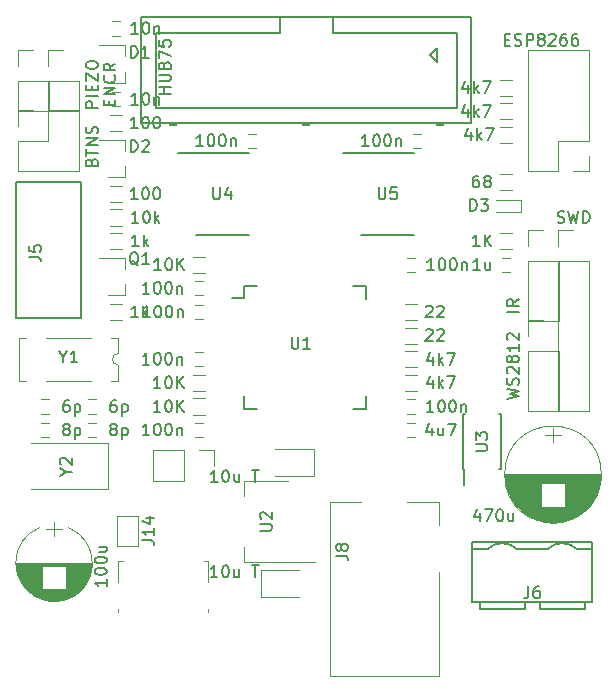
<source format=gto>
G04 #@! TF.FileFunction,Legend,Top*
%FSLAX46Y46*%
G04 Gerber Fmt 4.6, Leading zero omitted, Abs format (unit mm)*
G04 Created by KiCad (PCBNEW 4.0.7) date Sunday, May 05, 2019 'AMt' 09:17:00 AM*
%MOMM*%
%LPD*%
G01*
G04 APERTURE LIST*
%ADD10C,0.100000*%
%ADD11C,0.120000*%
%ADD12C,0.150000*%
G04 APERTURE END LIST*
D10*
D11*
X134760000Y-105580000D02*
X134760000Y-104650000D01*
X134760000Y-102420000D02*
X134760000Y-103350000D01*
X134760000Y-102420000D02*
X132600000Y-102420000D01*
X134760000Y-105580000D02*
X133300000Y-105580000D01*
X134350000Y-101600000D02*
X133650000Y-101600000D01*
X133650000Y-100400000D02*
X134350000Y-100400000D01*
X134350000Y-107600000D02*
X133650000Y-107600000D01*
X133650000Y-106400000D02*
X134350000Y-106400000D01*
X127650000Y-132400000D02*
X128350000Y-132400000D01*
X128350000Y-133600000D02*
X127650000Y-133600000D01*
X158650000Y-134400000D02*
X159350000Y-134400000D01*
X159350000Y-135600000D02*
X158650000Y-135600000D01*
X132350000Y-133600000D02*
X131650000Y-133600000D01*
X131650000Y-132400000D02*
X132350000Y-132400000D01*
X159350000Y-133600000D02*
X158650000Y-133600000D01*
X158650000Y-132400000D02*
X159350000Y-132400000D01*
X140650000Y-128400000D02*
X141350000Y-128400000D01*
X141350000Y-129600000D02*
X140650000Y-129600000D01*
X140650000Y-122400000D02*
X141350000Y-122400000D01*
X141350000Y-123600000D02*
X140650000Y-123600000D01*
X159350000Y-121600000D02*
X158650000Y-121600000D01*
X158650000Y-120400000D02*
X159350000Y-120400000D01*
X140650000Y-134400000D02*
X141350000Y-134400000D01*
X141350000Y-135600000D02*
X140650000Y-135600000D01*
X166650000Y-120400000D02*
X167350000Y-120400000D01*
X167350000Y-121600000D02*
X166650000Y-121600000D01*
X174050000Y-102810000D02*
X168850000Y-102810000D01*
X174050000Y-110490000D02*
X174050000Y-102810000D01*
X168850000Y-113090000D02*
X168850000Y-102810000D01*
X174050000Y-110490000D02*
X171450000Y-110490000D01*
X171450000Y-110490000D02*
X171450000Y-113090000D01*
X171450000Y-113090000D02*
X168850000Y-113090000D01*
X174050000Y-111760000D02*
X174050000Y-113090000D01*
X174050000Y-113090000D02*
X172720000Y-113090000D01*
X141500000Y-133680000D02*
X140500000Y-133680000D01*
X140500000Y-132320000D02*
X141500000Y-132320000D01*
X141500000Y-131680000D02*
X140500000Y-131680000D01*
X140500000Y-130320000D02*
X141500000Y-130320000D01*
X140500000Y-120320000D02*
X141500000Y-120320000D01*
X141500000Y-121680000D02*
X140500000Y-121680000D01*
X166500000Y-118320000D02*
X167500000Y-118320000D01*
X167500000Y-119680000D02*
X166500000Y-119680000D01*
D12*
X144825000Y-122825000D02*
X144825000Y-123825000D01*
X155175000Y-122825000D02*
X155175000Y-123900000D01*
X155175000Y-133175000D02*
X155175000Y-132100000D01*
X144825000Y-133175000D02*
X144825000Y-132100000D01*
X144825000Y-122825000D02*
X145900000Y-122825000D01*
X144825000Y-133175000D02*
X145900000Y-133175000D01*
X155175000Y-133175000D02*
X154100000Y-133175000D01*
X155175000Y-122825000D02*
X154100000Y-122825000D01*
X144825000Y-123825000D02*
X143800000Y-123825000D01*
D11*
X126400000Y-130800000D02*
X125800000Y-130800000D01*
X125800000Y-130800000D02*
X125800000Y-127200000D01*
X125800000Y-127200000D02*
X126400000Y-127200000D01*
X131900000Y-130800000D02*
X128100000Y-130800000D01*
X134200000Y-129500000D02*
X134200000Y-130800000D01*
X134200000Y-127200000D02*
X134200000Y-128500000D01*
X134200000Y-130800000D02*
X133600000Y-130800000D01*
X134200000Y-127200000D02*
X133600000Y-127200000D01*
X128100000Y-127200000D02*
X131900000Y-127200000D01*
X134200000Y-128500000D02*
G75*
G03X134200000Y-129500000I0J-500000D01*
G01*
D12*
X131000000Y-119500000D02*
X131000000Y-114000000D01*
X131000000Y-114000000D02*
X125500000Y-114000000D01*
X125500000Y-114000000D02*
X125500000Y-125500000D01*
X125500000Y-125500000D02*
X131000000Y-125500000D01*
X131000000Y-125500000D02*
X131000000Y-114000000D01*
D11*
X175090000Y-138750000D02*
G75*
G03X175090000Y-138750000I-4090000J0D01*
G01*
X175050000Y-138750000D02*
X166950000Y-138750000D01*
X175050000Y-138790000D02*
X166950000Y-138790000D01*
X175050000Y-138830000D02*
X166950000Y-138830000D01*
X175049000Y-138870000D02*
X166951000Y-138870000D01*
X175047000Y-138910000D02*
X166953000Y-138910000D01*
X175046000Y-138950000D02*
X166954000Y-138950000D01*
X175043000Y-138990000D02*
X166957000Y-138990000D01*
X175041000Y-139030000D02*
X166959000Y-139030000D01*
X175038000Y-139070000D02*
X166962000Y-139070000D01*
X175035000Y-139110000D02*
X166965000Y-139110000D01*
X175031000Y-139150000D02*
X166969000Y-139150000D01*
X175027000Y-139190000D02*
X166973000Y-139190000D01*
X175022000Y-139230000D02*
X166978000Y-139230000D01*
X175017000Y-139270000D02*
X166983000Y-139270000D01*
X175012000Y-139310000D02*
X166988000Y-139310000D01*
X175006000Y-139350000D02*
X166994000Y-139350000D01*
X175000000Y-139390000D02*
X167000000Y-139390000D01*
X174994000Y-139430000D02*
X167006000Y-139430000D01*
X174987000Y-139471000D02*
X167013000Y-139471000D01*
X174979000Y-139511000D02*
X167021000Y-139511000D01*
X174971000Y-139551000D02*
X171980000Y-139551000D01*
X170020000Y-139551000D02*
X167029000Y-139551000D01*
X174963000Y-139591000D02*
X171980000Y-139591000D01*
X170020000Y-139591000D02*
X167037000Y-139591000D01*
X174955000Y-139631000D02*
X171980000Y-139631000D01*
X170020000Y-139631000D02*
X167045000Y-139631000D01*
X174946000Y-139671000D02*
X171980000Y-139671000D01*
X170020000Y-139671000D02*
X167054000Y-139671000D01*
X174936000Y-139711000D02*
X171980000Y-139711000D01*
X170020000Y-139711000D02*
X167064000Y-139711000D01*
X174926000Y-139751000D02*
X171980000Y-139751000D01*
X170020000Y-139751000D02*
X167074000Y-139751000D01*
X174916000Y-139791000D02*
X171980000Y-139791000D01*
X170020000Y-139791000D02*
X167084000Y-139791000D01*
X174905000Y-139831000D02*
X171980000Y-139831000D01*
X170020000Y-139831000D02*
X167095000Y-139831000D01*
X174894000Y-139871000D02*
X171980000Y-139871000D01*
X170020000Y-139871000D02*
X167106000Y-139871000D01*
X174883000Y-139911000D02*
X171980000Y-139911000D01*
X170020000Y-139911000D02*
X167117000Y-139911000D01*
X174870000Y-139951000D02*
X171980000Y-139951000D01*
X170020000Y-139951000D02*
X167130000Y-139951000D01*
X174858000Y-139991000D02*
X171980000Y-139991000D01*
X170020000Y-139991000D02*
X167142000Y-139991000D01*
X174845000Y-140031000D02*
X171980000Y-140031000D01*
X170020000Y-140031000D02*
X167155000Y-140031000D01*
X174832000Y-140071000D02*
X171980000Y-140071000D01*
X170020000Y-140071000D02*
X167168000Y-140071000D01*
X174818000Y-140111000D02*
X171980000Y-140111000D01*
X170020000Y-140111000D02*
X167182000Y-140111000D01*
X174803000Y-140151000D02*
X171980000Y-140151000D01*
X170020000Y-140151000D02*
X167197000Y-140151000D01*
X174789000Y-140191000D02*
X171980000Y-140191000D01*
X170020000Y-140191000D02*
X167211000Y-140191000D01*
X174773000Y-140231000D02*
X171980000Y-140231000D01*
X170020000Y-140231000D02*
X167227000Y-140231000D01*
X174758000Y-140271000D02*
X171980000Y-140271000D01*
X170020000Y-140271000D02*
X167242000Y-140271000D01*
X174741000Y-140311000D02*
X171980000Y-140311000D01*
X170020000Y-140311000D02*
X167259000Y-140311000D01*
X174725000Y-140351000D02*
X171980000Y-140351000D01*
X170020000Y-140351000D02*
X167275000Y-140351000D01*
X174707000Y-140391000D02*
X171980000Y-140391000D01*
X170020000Y-140391000D02*
X167293000Y-140391000D01*
X174690000Y-140431000D02*
X171980000Y-140431000D01*
X170020000Y-140431000D02*
X167310000Y-140431000D01*
X174671000Y-140471000D02*
X171980000Y-140471000D01*
X170020000Y-140471000D02*
X167329000Y-140471000D01*
X174652000Y-140511000D02*
X171980000Y-140511000D01*
X170020000Y-140511000D02*
X167348000Y-140511000D01*
X174633000Y-140551000D02*
X171980000Y-140551000D01*
X170020000Y-140551000D02*
X167367000Y-140551000D01*
X174613000Y-140591000D02*
X171980000Y-140591000D01*
X170020000Y-140591000D02*
X167387000Y-140591000D01*
X174593000Y-140631000D02*
X171980000Y-140631000D01*
X170020000Y-140631000D02*
X167407000Y-140631000D01*
X174572000Y-140671000D02*
X171980000Y-140671000D01*
X170020000Y-140671000D02*
X167428000Y-140671000D01*
X174550000Y-140711000D02*
X171980000Y-140711000D01*
X170020000Y-140711000D02*
X167450000Y-140711000D01*
X174528000Y-140751000D02*
X171980000Y-140751000D01*
X170020000Y-140751000D02*
X167472000Y-140751000D01*
X174505000Y-140791000D02*
X171980000Y-140791000D01*
X170020000Y-140791000D02*
X167495000Y-140791000D01*
X174482000Y-140831000D02*
X171980000Y-140831000D01*
X170020000Y-140831000D02*
X167518000Y-140831000D01*
X174458000Y-140871000D02*
X171980000Y-140871000D01*
X170020000Y-140871000D02*
X167542000Y-140871000D01*
X174434000Y-140911000D02*
X171980000Y-140911000D01*
X170020000Y-140911000D02*
X167566000Y-140911000D01*
X174408000Y-140951000D02*
X171980000Y-140951000D01*
X170020000Y-140951000D02*
X167592000Y-140951000D01*
X174383000Y-140991000D02*
X171980000Y-140991000D01*
X170020000Y-140991000D02*
X167617000Y-140991000D01*
X174356000Y-141031000D02*
X171980000Y-141031000D01*
X170020000Y-141031000D02*
X167644000Y-141031000D01*
X174329000Y-141071000D02*
X171980000Y-141071000D01*
X170020000Y-141071000D02*
X167671000Y-141071000D01*
X174301000Y-141111000D02*
X171980000Y-141111000D01*
X170020000Y-141111000D02*
X167699000Y-141111000D01*
X174272000Y-141151000D02*
X171980000Y-141151000D01*
X170020000Y-141151000D02*
X167728000Y-141151000D01*
X174243000Y-141191000D02*
X171980000Y-141191000D01*
X170020000Y-141191000D02*
X167757000Y-141191000D01*
X174213000Y-141231000D02*
X171980000Y-141231000D01*
X170020000Y-141231000D02*
X167787000Y-141231000D01*
X174182000Y-141271000D02*
X171980000Y-141271000D01*
X170020000Y-141271000D02*
X167818000Y-141271000D01*
X174150000Y-141311000D02*
X171980000Y-141311000D01*
X170020000Y-141311000D02*
X167850000Y-141311000D01*
X174118000Y-141351000D02*
X171980000Y-141351000D01*
X170020000Y-141351000D02*
X167882000Y-141351000D01*
X174084000Y-141391000D02*
X171980000Y-141391000D01*
X170020000Y-141391000D02*
X167916000Y-141391000D01*
X174050000Y-141431000D02*
X171980000Y-141431000D01*
X170020000Y-141431000D02*
X167950000Y-141431000D01*
X174015000Y-141471000D02*
X171980000Y-141471000D01*
X170020000Y-141471000D02*
X167985000Y-141471000D01*
X173979000Y-141511000D02*
X168021000Y-141511000D01*
X173942000Y-141551000D02*
X168058000Y-141551000D01*
X173904000Y-141591000D02*
X168096000Y-141591000D01*
X173865000Y-141631000D02*
X168135000Y-141631000D01*
X173824000Y-141671000D02*
X168176000Y-141671000D01*
X173783000Y-141711000D02*
X168217000Y-141711000D01*
X173740000Y-141751000D02*
X168260000Y-141751000D01*
X173697000Y-141791000D02*
X168303000Y-141791000D01*
X173652000Y-141831000D02*
X168348000Y-141831000D01*
X173605000Y-141871000D02*
X168395000Y-141871000D01*
X173557000Y-141911000D02*
X168443000Y-141911000D01*
X173508000Y-141951000D02*
X168492000Y-141951000D01*
X173457000Y-141991000D02*
X168543000Y-141991000D01*
X173404000Y-142031000D02*
X168596000Y-142031000D01*
X173349000Y-142071000D02*
X168651000Y-142071000D01*
X173293000Y-142111000D02*
X168707000Y-142111000D01*
X173234000Y-142151000D02*
X168766000Y-142151000D01*
X173173000Y-142191000D02*
X168827000Y-142191000D01*
X173109000Y-142231000D02*
X168891000Y-142231000D01*
X173043000Y-142271000D02*
X168957000Y-142271000D01*
X172974000Y-142311000D02*
X169026000Y-142311000D01*
X172902000Y-142351000D02*
X169098000Y-142351000D01*
X172826000Y-142391000D02*
X169174000Y-142391000D01*
X172745000Y-142431000D02*
X169255000Y-142431000D01*
X172660000Y-142471000D02*
X169340000Y-142471000D01*
X172570000Y-142511000D02*
X169430000Y-142511000D01*
X172473000Y-142551000D02*
X169527000Y-142551000D01*
X172369000Y-142591000D02*
X169631000Y-142591000D01*
X172254000Y-142631000D02*
X169746000Y-142631000D01*
X172127000Y-142671000D02*
X169873000Y-142671000D01*
X171983000Y-142711000D02*
X170017000Y-142711000D01*
X171814000Y-142751000D02*
X170186000Y-142751000D01*
X171598000Y-142791000D02*
X170402000Y-142791000D01*
X171246000Y-142831000D02*
X170754000Y-142831000D01*
X171000000Y-134800000D02*
X171000000Y-136000000D01*
X171650000Y-135400000D02*
X170350000Y-135400000D01*
X129929136Y-149267820D02*
G75*
G03X129930000Y-143232518I-1179136J3017820D01*
G01*
X127570864Y-149267820D02*
G75*
G02X127570000Y-143232518I1179136J3017820D01*
G01*
X127570864Y-149267820D02*
G75*
G03X129930000Y-149267482I1179136J3017820D01*
G01*
X131950000Y-146250000D02*
X125550000Y-146250000D01*
X131950000Y-146290000D02*
X125550000Y-146290000D01*
X131950000Y-146330000D02*
X125550000Y-146330000D01*
X131948000Y-146370000D02*
X125552000Y-146370000D01*
X131947000Y-146410000D02*
X125553000Y-146410000D01*
X131944000Y-146450000D02*
X125556000Y-146450000D01*
X131942000Y-146490000D02*
X125558000Y-146490000D01*
X131938000Y-146530000D02*
X129730000Y-146530000D01*
X127770000Y-146530000D02*
X125562000Y-146530000D01*
X131935000Y-146570000D02*
X129730000Y-146570000D01*
X127770000Y-146570000D02*
X125565000Y-146570000D01*
X131930000Y-146610000D02*
X129730000Y-146610000D01*
X127770000Y-146610000D02*
X125570000Y-146610000D01*
X131926000Y-146650000D02*
X129730000Y-146650000D01*
X127770000Y-146650000D02*
X125574000Y-146650000D01*
X131920000Y-146690000D02*
X129730000Y-146690000D01*
X127770000Y-146690000D02*
X125580000Y-146690000D01*
X131915000Y-146730000D02*
X129730000Y-146730000D01*
X127770000Y-146730000D02*
X125585000Y-146730000D01*
X131908000Y-146770000D02*
X129730000Y-146770000D01*
X127770000Y-146770000D02*
X125592000Y-146770000D01*
X131902000Y-146810000D02*
X129730000Y-146810000D01*
X127770000Y-146810000D02*
X125598000Y-146810000D01*
X131894000Y-146850000D02*
X129730000Y-146850000D01*
X127770000Y-146850000D02*
X125606000Y-146850000D01*
X131887000Y-146890000D02*
X129730000Y-146890000D01*
X127770000Y-146890000D02*
X125613000Y-146890000D01*
X131878000Y-146930000D02*
X129730000Y-146930000D01*
X127770000Y-146930000D02*
X125622000Y-146930000D01*
X131869000Y-146971000D02*
X129730000Y-146971000D01*
X127770000Y-146971000D02*
X125631000Y-146971000D01*
X131860000Y-147011000D02*
X129730000Y-147011000D01*
X127770000Y-147011000D02*
X125640000Y-147011000D01*
X131850000Y-147051000D02*
X129730000Y-147051000D01*
X127770000Y-147051000D02*
X125650000Y-147051000D01*
X131840000Y-147091000D02*
X129730000Y-147091000D01*
X127770000Y-147091000D02*
X125660000Y-147091000D01*
X131829000Y-147131000D02*
X129730000Y-147131000D01*
X127770000Y-147131000D02*
X125671000Y-147131000D01*
X131817000Y-147171000D02*
X129730000Y-147171000D01*
X127770000Y-147171000D02*
X125683000Y-147171000D01*
X131805000Y-147211000D02*
X129730000Y-147211000D01*
X127770000Y-147211000D02*
X125695000Y-147211000D01*
X131792000Y-147251000D02*
X129730000Y-147251000D01*
X127770000Y-147251000D02*
X125708000Y-147251000D01*
X131779000Y-147291000D02*
X129730000Y-147291000D01*
X127770000Y-147291000D02*
X125721000Y-147291000D01*
X131765000Y-147331000D02*
X129730000Y-147331000D01*
X127770000Y-147331000D02*
X125735000Y-147331000D01*
X131751000Y-147371000D02*
X129730000Y-147371000D01*
X127770000Y-147371000D02*
X125749000Y-147371000D01*
X131736000Y-147411000D02*
X129730000Y-147411000D01*
X127770000Y-147411000D02*
X125764000Y-147411000D01*
X131720000Y-147451000D02*
X129730000Y-147451000D01*
X127770000Y-147451000D02*
X125780000Y-147451000D01*
X131704000Y-147491000D02*
X129730000Y-147491000D01*
X127770000Y-147491000D02*
X125796000Y-147491000D01*
X131687000Y-147531000D02*
X129730000Y-147531000D01*
X127770000Y-147531000D02*
X125813000Y-147531000D01*
X131669000Y-147571000D02*
X129730000Y-147571000D01*
X127770000Y-147571000D02*
X125831000Y-147571000D01*
X131651000Y-147611000D02*
X129730000Y-147611000D01*
X127770000Y-147611000D02*
X125849000Y-147611000D01*
X131632000Y-147651000D02*
X129730000Y-147651000D01*
X127770000Y-147651000D02*
X125868000Y-147651000D01*
X131613000Y-147691000D02*
X129730000Y-147691000D01*
X127770000Y-147691000D02*
X125887000Y-147691000D01*
X131593000Y-147731000D02*
X129730000Y-147731000D01*
X127770000Y-147731000D02*
X125907000Y-147731000D01*
X131572000Y-147771000D02*
X129730000Y-147771000D01*
X127770000Y-147771000D02*
X125928000Y-147771000D01*
X131550000Y-147811000D02*
X129730000Y-147811000D01*
X127770000Y-147811000D02*
X125950000Y-147811000D01*
X131528000Y-147851000D02*
X129730000Y-147851000D01*
X127770000Y-147851000D02*
X125972000Y-147851000D01*
X131505000Y-147891000D02*
X129730000Y-147891000D01*
X127770000Y-147891000D02*
X125995000Y-147891000D01*
X131481000Y-147931000D02*
X129730000Y-147931000D01*
X127770000Y-147931000D02*
X126019000Y-147931000D01*
X131456000Y-147971000D02*
X129730000Y-147971000D01*
X127770000Y-147971000D02*
X126044000Y-147971000D01*
X131431000Y-148011000D02*
X129730000Y-148011000D01*
X127770000Y-148011000D02*
X126069000Y-148011000D01*
X131404000Y-148051000D02*
X129730000Y-148051000D01*
X127770000Y-148051000D02*
X126096000Y-148051000D01*
X131377000Y-148091000D02*
X129730000Y-148091000D01*
X127770000Y-148091000D02*
X126123000Y-148091000D01*
X131349000Y-148131000D02*
X129730000Y-148131000D01*
X127770000Y-148131000D02*
X126151000Y-148131000D01*
X131320000Y-148171000D02*
X129730000Y-148171000D01*
X127770000Y-148171000D02*
X126180000Y-148171000D01*
X131290000Y-148211000D02*
X129730000Y-148211000D01*
X127770000Y-148211000D02*
X126210000Y-148211000D01*
X131260000Y-148251000D02*
X129730000Y-148251000D01*
X127770000Y-148251000D02*
X126240000Y-148251000D01*
X131228000Y-148291000D02*
X129730000Y-148291000D01*
X127770000Y-148291000D02*
X126272000Y-148291000D01*
X131195000Y-148331000D02*
X129730000Y-148331000D01*
X127770000Y-148331000D02*
X126305000Y-148331000D01*
X131161000Y-148371000D02*
X129730000Y-148371000D01*
X127770000Y-148371000D02*
X126339000Y-148371000D01*
X131125000Y-148411000D02*
X129730000Y-148411000D01*
X127770000Y-148411000D02*
X126375000Y-148411000D01*
X131089000Y-148451000D02*
X129730000Y-148451000D01*
X127770000Y-148451000D02*
X126411000Y-148451000D01*
X131051000Y-148491000D02*
X126449000Y-148491000D01*
X131012000Y-148531000D02*
X126488000Y-148531000D01*
X130972000Y-148571000D02*
X126528000Y-148571000D01*
X130930000Y-148611000D02*
X126570000Y-148611000D01*
X130887000Y-148651000D02*
X126613000Y-148651000D01*
X130842000Y-148691000D02*
X126658000Y-148691000D01*
X130795000Y-148731000D02*
X126705000Y-148731000D01*
X130747000Y-148771000D02*
X126753000Y-148771000D01*
X130696000Y-148811000D02*
X126804000Y-148811000D01*
X130644000Y-148851000D02*
X126856000Y-148851000D01*
X130589000Y-148891000D02*
X126911000Y-148891000D01*
X130531000Y-148931000D02*
X126969000Y-148931000D01*
X130471000Y-148971000D02*
X127029000Y-148971000D01*
X130408000Y-149011000D02*
X127092000Y-149011000D01*
X130341000Y-149051000D02*
X127159000Y-149051000D01*
X130270000Y-149091000D02*
X127230000Y-149091000D01*
X130195000Y-149131000D02*
X127305000Y-149131000D01*
X130114000Y-149171000D02*
X127386000Y-149171000D01*
X130028000Y-149211000D02*
X127472000Y-149211000D01*
X129934000Y-149251000D02*
X127566000Y-149251000D01*
X129831000Y-149291000D02*
X127669000Y-149291000D01*
X129716000Y-149331000D02*
X127784000Y-149331000D01*
X129584000Y-149371000D02*
X127916000Y-149371000D01*
X129426000Y-149411000D02*
X128074000Y-149411000D01*
X129218000Y-149451000D02*
X128282000Y-149451000D01*
X128750000Y-142800000D02*
X128750000Y-144000000D01*
X129400000Y-143400000D02*
X128100000Y-143400000D01*
X167500000Y-108680000D02*
X166500000Y-108680000D01*
X166500000Y-107320000D02*
X167500000Y-107320000D01*
X167500000Y-110680000D02*
X166500000Y-110680000D01*
X166500000Y-109320000D02*
X167500000Y-109320000D01*
X167500000Y-106680000D02*
X166500000Y-106680000D01*
X166500000Y-105320000D02*
X167500000Y-105320000D01*
X144840000Y-139340000D02*
X144840000Y-140600000D01*
X144840000Y-146160000D02*
X144840000Y-144900000D01*
X148600000Y-139340000D02*
X144840000Y-139340000D01*
X150850000Y-146160000D02*
X144840000Y-146160000D01*
X150750000Y-138900000D02*
X147500000Y-138900000D01*
X150750000Y-136600000D02*
X147500000Y-136600000D01*
X150750000Y-138900000D02*
X150750000Y-136600000D01*
X146238000Y-146816000D02*
X149488000Y-146816000D01*
X146238000Y-149116000D02*
X149488000Y-149116000D01*
X146238000Y-146816000D02*
X146238000Y-149116000D01*
X159500000Y-129680000D02*
X158500000Y-129680000D01*
X158500000Y-128320000D02*
X159500000Y-128320000D01*
X158500000Y-130320000D02*
X159500000Y-130320000D01*
X159500000Y-131680000D02*
X158500000Y-131680000D01*
D12*
X163375000Y-138325000D02*
X163475000Y-138325000D01*
X163375000Y-133675000D02*
X163575000Y-133675000D01*
X166625000Y-133675000D02*
X166425000Y-133675000D01*
X166625000Y-138325000D02*
X166425000Y-138325000D01*
X163375000Y-138325000D02*
X163375000Y-133675000D01*
X166625000Y-138325000D02*
X166625000Y-133675000D01*
X163475000Y-138325000D02*
X163475000Y-139675000D01*
X164070000Y-100050000D02*
X164070000Y-108990000D01*
X164070000Y-108990000D02*
X136150000Y-108990000D01*
X136150000Y-108990000D02*
X136150000Y-100050000D01*
X136150000Y-100050000D02*
X164070000Y-100050000D01*
X152335000Y-100050000D02*
X152335000Y-101350000D01*
X152335000Y-101350000D02*
X162870000Y-101350000D01*
X162870000Y-101350000D02*
X162870000Y-107690000D01*
X162870000Y-107690000D02*
X137350000Y-107690000D01*
X137350000Y-107690000D02*
X137350000Y-101350000D01*
X137350000Y-101350000D02*
X147885000Y-101350000D01*
X147885000Y-101350000D02*
X147885000Y-100050000D01*
X150360000Y-108990000D02*
X150360000Y-109190000D01*
X150360000Y-109190000D02*
X149860000Y-109190000D01*
X149860000Y-109190000D02*
X149860000Y-108990000D01*
X150360000Y-109090000D02*
X149860000Y-109090000D01*
X139070000Y-108990000D02*
X139070000Y-109190000D01*
X139070000Y-109190000D02*
X138570000Y-109190000D01*
X138570000Y-109190000D02*
X138570000Y-108990000D01*
X139070000Y-109090000D02*
X138570000Y-109090000D01*
X161650000Y-108990000D02*
X161650000Y-109190000D01*
X161650000Y-109190000D02*
X161150000Y-109190000D01*
X161150000Y-109190000D02*
X161150000Y-108990000D01*
X161650000Y-109090000D02*
X161150000Y-109090000D01*
X161200000Y-102650000D02*
X161200000Y-103850000D01*
X161200000Y-103850000D02*
X160600000Y-103250000D01*
X160600000Y-103250000D02*
X161200000Y-102650000D01*
D11*
X140650000Y-124400000D02*
X141350000Y-124400000D01*
X141350000Y-125600000D02*
X140650000Y-125600000D01*
X128210000Y-108010000D02*
X130870000Y-108010000D01*
X128210000Y-105410000D02*
X128210000Y-108010000D01*
X130870000Y-105410000D02*
X130870000Y-108010000D01*
X128210000Y-105410000D02*
X130870000Y-105410000D01*
X128210000Y-104140000D02*
X128210000Y-102810000D01*
X128210000Y-102810000D02*
X129540000Y-102810000D01*
X125670000Y-113090000D02*
X130870000Y-113090000D01*
X125670000Y-110490000D02*
X125670000Y-113090000D01*
X130870000Y-107890000D02*
X130870000Y-113090000D01*
X125670000Y-110490000D02*
X128270000Y-110490000D01*
X128270000Y-110490000D02*
X128270000Y-107890000D01*
X128270000Y-107890000D02*
X130870000Y-107890000D01*
X125670000Y-109220000D02*
X125670000Y-107890000D01*
X125670000Y-107890000D02*
X127000000Y-107890000D01*
X161350000Y-147000000D02*
X161350000Y-155800000D01*
X161350000Y-155800000D02*
X152150000Y-155800000D01*
X158650000Y-141100000D02*
X161350000Y-141100000D01*
X161350000Y-141100000D02*
X161350000Y-143000000D01*
X152150000Y-155800000D02*
X152150000Y-141100000D01*
X152150000Y-141100000D02*
X154750000Y-141100000D01*
X168850000Y-125790000D02*
X171510000Y-125790000D01*
X168850000Y-120650000D02*
X168850000Y-125790000D01*
X171510000Y-120650000D02*
X171510000Y-125790000D01*
X168850000Y-120650000D02*
X171510000Y-120650000D01*
X168850000Y-119380000D02*
X168850000Y-118050000D01*
X168850000Y-118050000D02*
X170180000Y-118050000D01*
X168850000Y-133410000D02*
X171510000Y-133410000D01*
X168850000Y-128270000D02*
X168850000Y-133410000D01*
X171510000Y-128270000D02*
X171510000Y-133410000D01*
X168850000Y-128270000D02*
X171510000Y-128270000D01*
X168850000Y-127000000D02*
X168850000Y-125670000D01*
X168850000Y-125670000D02*
X170180000Y-125670000D01*
X133500000Y-124320000D02*
X134500000Y-124320000D01*
X134500000Y-125680000D02*
X133500000Y-125680000D01*
X134500000Y-119680000D02*
X133500000Y-119680000D01*
X133500000Y-118320000D02*
X134500000Y-118320000D01*
X134760000Y-113580000D02*
X134760000Y-112650000D01*
X134760000Y-110420000D02*
X134760000Y-111350000D01*
X134760000Y-110420000D02*
X132600000Y-110420000D01*
X134760000Y-113580000D02*
X133300000Y-113580000D01*
X133500000Y-108320000D02*
X134500000Y-108320000D01*
X134500000Y-109680000D02*
X133500000Y-109680000D01*
X133500000Y-114320000D02*
X134500000Y-114320000D01*
X134500000Y-115680000D02*
X133500000Y-115680000D01*
X133500000Y-116320000D02*
X134500000Y-116320000D01*
X134500000Y-117680000D02*
X133500000Y-117680000D01*
X125670000Y-108010000D02*
X128330000Y-108010000D01*
X125670000Y-105410000D02*
X125670000Y-108010000D01*
X128330000Y-105410000D02*
X128330000Y-108010000D01*
X125670000Y-105410000D02*
X128330000Y-105410000D01*
X125670000Y-104140000D02*
X125670000Y-102810000D01*
X125670000Y-102810000D02*
X127000000Y-102810000D01*
D12*
X140775000Y-118450000D02*
X145225000Y-118450000D01*
X139250000Y-111550000D02*
X145225000Y-111550000D01*
X154775000Y-118450000D02*
X159225000Y-118450000D01*
X153250000Y-111550000D02*
X159225000Y-111550000D01*
D11*
X159150000Y-109900000D02*
X159850000Y-109900000D01*
X159850000Y-111100000D02*
X159150000Y-111100000D01*
X145150000Y-109900000D02*
X145850000Y-109900000D01*
X145850000Y-111100000D02*
X145150000Y-111100000D01*
D12*
X169885000Y-149540000D02*
X169885000Y-150175000D01*
X169885000Y-150175000D02*
X173695000Y-150175000D01*
X173695000Y-150175000D02*
X173695000Y-149540000D01*
X164805000Y-150175000D02*
X168615000Y-150175000D01*
X168615000Y-150175000D02*
X168615000Y-149540000D01*
X164805000Y-149540000D02*
X164805000Y-150175000D01*
X173060000Y-145095000D02*
X174330000Y-145095000D01*
X165440000Y-145095000D02*
X164170000Y-145095000D01*
X167980000Y-145095000D02*
X170520000Y-145095000D01*
X164170000Y-144460000D02*
X174330000Y-144460000D01*
X173060000Y-145095000D02*
G75*
G03X170520000Y-145095000I-1270000J-1270000D01*
G01*
X167980000Y-145095000D02*
G75*
G03X165440000Y-145095000I-1270000J-1270000D01*
G01*
X164170000Y-144460000D02*
X164170000Y-149540000D01*
X164170000Y-149540000D02*
X174330000Y-149540000D01*
X174330000Y-149540000D02*
X174330000Y-144460000D01*
D11*
X168300000Y-116500000D02*
X168300000Y-115500000D01*
X168300000Y-115500000D02*
X166200000Y-115500000D01*
X168300000Y-116500000D02*
X166200000Y-116500000D01*
X166500000Y-113320000D02*
X167500000Y-113320000D01*
X167500000Y-114680000D02*
X166500000Y-114680000D01*
X131650000Y-134400000D02*
X132350000Y-134400000D01*
X132350000Y-135600000D02*
X131650000Y-135600000D01*
X128350000Y-135600000D02*
X127650000Y-135600000D01*
X127650000Y-134400000D02*
X128350000Y-134400000D01*
X141810000Y-146090000D02*
X141430000Y-146090000D01*
X141810000Y-150140000D02*
X141810000Y-150400000D01*
X141810000Y-146090000D02*
X141810000Y-147860000D01*
X134190000Y-146090000D02*
X134570000Y-146090000D01*
X134190000Y-147860000D02*
X134190000Y-146090000D01*
X134190000Y-150400000D02*
X134190000Y-150140000D01*
X158500000Y-124320000D02*
X159500000Y-124320000D01*
X159500000Y-125680000D02*
X158500000Y-125680000D01*
X158500000Y-126320000D02*
X159500000Y-126320000D01*
X159500000Y-127680000D02*
X158500000Y-127680000D01*
X126800000Y-139950000D02*
X133350000Y-139950000D01*
X133350000Y-139950000D02*
X133350000Y-136050000D01*
X133350000Y-136050000D02*
X126800000Y-136050000D01*
X137130000Y-136670000D02*
X137130000Y-139330000D01*
X139730000Y-136670000D02*
X137130000Y-136670000D01*
X139730000Y-139330000D02*
X137130000Y-139330000D01*
X139730000Y-136670000D02*
X139730000Y-139330000D01*
X141000000Y-136670000D02*
X142330000Y-136670000D01*
X142330000Y-136670000D02*
X142330000Y-138000000D01*
X171390000Y-133410000D02*
X174050000Y-133410000D01*
X171390000Y-120650000D02*
X171390000Y-133410000D01*
X174050000Y-120650000D02*
X174050000Y-133410000D01*
X171390000Y-120650000D02*
X174050000Y-120650000D01*
X171390000Y-119380000D02*
X171390000Y-118050000D01*
X171390000Y-118050000D02*
X172720000Y-118050000D01*
X134760000Y-123580000D02*
X134760000Y-122650000D01*
X134760000Y-120420000D02*
X134760000Y-121350000D01*
X134760000Y-120420000D02*
X132600000Y-120420000D01*
X134760000Y-123580000D02*
X133300000Y-123580000D01*
X134110000Y-142230000D02*
X134110000Y-144770000D01*
X135890000Y-144770000D02*
X135890000Y-142230000D01*
X135890000Y-144770000D02*
X134110000Y-144770000D01*
X134110000Y-142230000D02*
X135890000Y-142230000D01*
D12*
X135261905Y-103452381D02*
X135261905Y-102452381D01*
X135500000Y-102452381D01*
X135642858Y-102500000D01*
X135738096Y-102595238D01*
X135785715Y-102690476D01*
X135833334Y-102880952D01*
X135833334Y-103023810D01*
X135785715Y-103214286D01*
X135738096Y-103309524D01*
X135642858Y-103404762D01*
X135500000Y-103452381D01*
X135261905Y-103452381D01*
X136785715Y-103452381D02*
X136214286Y-103452381D01*
X136500000Y-103452381D02*
X136500000Y-102452381D01*
X136404762Y-102595238D01*
X136309524Y-102690476D01*
X136214286Y-102738095D01*
X135857143Y-101452381D02*
X135285714Y-101452381D01*
X135571428Y-101452381D02*
X135571428Y-100452381D01*
X135476190Y-100595238D01*
X135380952Y-100690476D01*
X135285714Y-100738095D01*
X136476190Y-100452381D02*
X136571429Y-100452381D01*
X136666667Y-100500000D01*
X136714286Y-100547619D01*
X136761905Y-100642857D01*
X136809524Y-100833333D01*
X136809524Y-101071429D01*
X136761905Y-101261905D01*
X136714286Y-101357143D01*
X136666667Y-101404762D01*
X136571429Y-101452381D01*
X136476190Y-101452381D01*
X136380952Y-101404762D01*
X136333333Y-101357143D01*
X136285714Y-101261905D01*
X136238095Y-101071429D01*
X136238095Y-100833333D01*
X136285714Y-100642857D01*
X136333333Y-100547619D01*
X136380952Y-100500000D01*
X136476190Y-100452381D01*
X137238095Y-100785714D02*
X137238095Y-101452381D01*
X137238095Y-100880952D02*
X137285714Y-100833333D01*
X137380952Y-100785714D01*
X137523810Y-100785714D01*
X137619048Y-100833333D01*
X137666667Y-100928571D01*
X137666667Y-101452381D01*
X135857143Y-107452381D02*
X135285714Y-107452381D01*
X135571428Y-107452381D02*
X135571428Y-106452381D01*
X135476190Y-106595238D01*
X135380952Y-106690476D01*
X135285714Y-106738095D01*
X136476190Y-106452381D02*
X136571429Y-106452381D01*
X136666667Y-106500000D01*
X136714286Y-106547619D01*
X136761905Y-106642857D01*
X136809524Y-106833333D01*
X136809524Y-107071429D01*
X136761905Y-107261905D01*
X136714286Y-107357143D01*
X136666667Y-107404762D01*
X136571429Y-107452381D01*
X136476190Y-107452381D01*
X136380952Y-107404762D01*
X136333333Y-107357143D01*
X136285714Y-107261905D01*
X136238095Y-107071429D01*
X136238095Y-106833333D01*
X136285714Y-106642857D01*
X136333333Y-106547619D01*
X136380952Y-106500000D01*
X136476190Y-106452381D01*
X137238095Y-106785714D02*
X137238095Y-107452381D01*
X137238095Y-106880952D02*
X137285714Y-106833333D01*
X137380952Y-106785714D01*
X137523810Y-106785714D01*
X137619048Y-106833333D01*
X137666667Y-106928571D01*
X137666667Y-107452381D01*
X129988096Y-132452381D02*
X129797619Y-132452381D01*
X129702381Y-132500000D01*
X129654762Y-132547619D01*
X129559524Y-132690476D01*
X129511905Y-132880952D01*
X129511905Y-133261905D01*
X129559524Y-133357143D01*
X129607143Y-133404762D01*
X129702381Y-133452381D01*
X129892858Y-133452381D01*
X129988096Y-133404762D01*
X130035715Y-133357143D01*
X130083334Y-133261905D01*
X130083334Y-133023810D01*
X130035715Y-132928571D01*
X129988096Y-132880952D01*
X129892858Y-132833333D01*
X129702381Y-132833333D01*
X129607143Y-132880952D01*
X129559524Y-132928571D01*
X129511905Y-133023810D01*
X130511905Y-132785714D02*
X130511905Y-133785714D01*
X130511905Y-132833333D02*
X130607143Y-132785714D01*
X130797620Y-132785714D01*
X130892858Y-132833333D01*
X130940477Y-132880952D01*
X130988096Y-132976190D01*
X130988096Y-133261905D01*
X130940477Y-133357143D01*
X130892858Y-133404762D01*
X130797620Y-133452381D01*
X130607143Y-133452381D01*
X130511905Y-133404762D01*
X160761905Y-134785714D02*
X160761905Y-135452381D01*
X160523809Y-134404762D02*
X160285714Y-135119048D01*
X160904762Y-135119048D01*
X161714286Y-134785714D02*
X161714286Y-135452381D01*
X161285714Y-134785714D02*
X161285714Y-135309524D01*
X161333333Y-135404762D01*
X161428571Y-135452381D01*
X161571429Y-135452381D01*
X161666667Y-135404762D01*
X161714286Y-135357143D01*
X162095238Y-134452381D02*
X162761905Y-134452381D01*
X162333333Y-135452381D01*
X133988096Y-132452381D02*
X133797619Y-132452381D01*
X133702381Y-132500000D01*
X133654762Y-132547619D01*
X133559524Y-132690476D01*
X133511905Y-132880952D01*
X133511905Y-133261905D01*
X133559524Y-133357143D01*
X133607143Y-133404762D01*
X133702381Y-133452381D01*
X133892858Y-133452381D01*
X133988096Y-133404762D01*
X134035715Y-133357143D01*
X134083334Y-133261905D01*
X134083334Y-133023810D01*
X134035715Y-132928571D01*
X133988096Y-132880952D01*
X133892858Y-132833333D01*
X133702381Y-132833333D01*
X133607143Y-132880952D01*
X133559524Y-132928571D01*
X133511905Y-133023810D01*
X134511905Y-132785714D02*
X134511905Y-133785714D01*
X134511905Y-132833333D02*
X134607143Y-132785714D01*
X134797620Y-132785714D01*
X134892858Y-132833333D01*
X134940477Y-132880952D01*
X134988096Y-132976190D01*
X134988096Y-133261905D01*
X134940477Y-133357143D01*
X134892858Y-133404762D01*
X134797620Y-133452381D01*
X134607143Y-133452381D01*
X134511905Y-133404762D01*
X160880953Y-133452381D02*
X160309524Y-133452381D01*
X160595238Y-133452381D02*
X160595238Y-132452381D01*
X160500000Y-132595238D01*
X160404762Y-132690476D01*
X160309524Y-132738095D01*
X161500000Y-132452381D02*
X161595239Y-132452381D01*
X161690477Y-132500000D01*
X161738096Y-132547619D01*
X161785715Y-132642857D01*
X161833334Y-132833333D01*
X161833334Y-133071429D01*
X161785715Y-133261905D01*
X161738096Y-133357143D01*
X161690477Y-133404762D01*
X161595239Y-133452381D01*
X161500000Y-133452381D01*
X161404762Y-133404762D01*
X161357143Y-133357143D01*
X161309524Y-133261905D01*
X161261905Y-133071429D01*
X161261905Y-132833333D01*
X161309524Y-132642857D01*
X161357143Y-132547619D01*
X161404762Y-132500000D01*
X161500000Y-132452381D01*
X162452381Y-132452381D02*
X162547620Y-132452381D01*
X162642858Y-132500000D01*
X162690477Y-132547619D01*
X162738096Y-132642857D01*
X162785715Y-132833333D01*
X162785715Y-133071429D01*
X162738096Y-133261905D01*
X162690477Y-133357143D01*
X162642858Y-133404762D01*
X162547620Y-133452381D01*
X162452381Y-133452381D01*
X162357143Y-133404762D01*
X162309524Y-133357143D01*
X162261905Y-133261905D01*
X162214286Y-133071429D01*
X162214286Y-132833333D01*
X162261905Y-132642857D01*
X162309524Y-132547619D01*
X162357143Y-132500000D01*
X162452381Y-132452381D01*
X163214286Y-132785714D02*
X163214286Y-133452381D01*
X163214286Y-132880952D02*
X163261905Y-132833333D01*
X163357143Y-132785714D01*
X163500001Y-132785714D01*
X163595239Y-132833333D01*
X163642858Y-132928571D01*
X163642858Y-133452381D01*
X136832953Y-129452381D02*
X136261524Y-129452381D01*
X136547238Y-129452381D02*
X136547238Y-128452381D01*
X136452000Y-128595238D01*
X136356762Y-128690476D01*
X136261524Y-128738095D01*
X137452000Y-128452381D02*
X137547239Y-128452381D01*
X137642477Y-128500000D01*
X137690096Y-128547619D01*
X137737715Y-128642857D01*
X137785334Y-128833333D01*
X137785334Y-129071429D01*
X137737715Y-129261905D01*
X137690096Y-129357143D01*
X137642477Y-129404762D01*
X137547239Y-129452381D01*
X137452000Y-129452381D01*
X137356762Y-129404762D01*
X137309143Y-129357143D01*
X137261524Y-129261905D01*
X137213905Y-129071429D01*
X137213905Y-128833333D01*
X137261524Y-128642857D01*
X137309143Y-128547619D01*
X137356762Y-128500000D01*
X137452000Y-128452381D01*
X138404381Y-128452381D02*
X138499620Y-128452381D01*
X138594858Y-128500000D01*
X138642477Y-128547619D01*
X138690096Y-128642857D01*
X138737715Y-128833333D01*
X138737715Y-129071429D01*
X138690096Y-129261905D01*
X138642477Y-129357143D01*
X138594858Y-129404762D01*
X138499620Y-129452381D01*
X138404381Y-129452381D01*
X138309143Y-129404762D01*
X138261524Y-129357143D01*
X138213905Y-129261905D01*
X138166286Y-129071429D01*
X138166286Y-128833333D01*
X138213905Y-128642857D01*
X138261524Y-128547619D01*
X138309143Y-128500000D01*
X138404381Y-128452381D01*
X139166286Y-128785714D02*
X139166286Y-129452381D01*
X139166286Y-128880952D02*
X139213905Y-128833333D01*
X139309143Y-128785714D01*
X139452001Y-128785714D01*
X139547239Y-128833333D01*
X139594858Y-128928571D01*
X139594858Y-129452381D01*
X136832953Y-123452381D02*
X136261524Y-123452381D01*
X136547238Y-123452381D02*
X136547238Y-122452381D01*
X136452000Y-122595238D01*
X136356762Y-122690476D01*
X136261524Y-122738095D01*
X137452000Y-122452381D02*
X137547239Y-122452381D01*
X137642477Y-122500000D01*
X137690096Y-122547619D01*
X137737715Y-122642857D01*
X137785334Y-122833333D01*
X137785334Y-123071429D01*
X137737715Y-123261905D01*
X137690096Y-123357143D01*
X137642477Y-123404762D01*
X137547239Y-123452381D01*
X137452000Y-123452381D01*
X137356762Y-123404762D01*
X137309143Y-123357143D01*
X137261524Y-123261905D01*
X137213905Y-123071429D01*
X137213905Y-122833333D01*
X137261524Y-122642857D01*
X137309143Y-122547619D01*
X137356762Y-122500000D01*
X137452000Y-122452381D01*
X138404381Y-122452381D02*
X138499620Y-122452381D01*
X138594858Y-122500000D01*
X138642477Y-122547619D01*
X138690096Y-122642857D01*
X138737715Y-122833333D01*
X138737715Y-123071429D01*
X138690096Y-123261905D01*
X138642477Y-123357143D01*
X138594858Y-123404762D01*
X138499620Y-123452381D01*
X138404381Y-123452381D01*
X138309143Y-123404762D01*
X138261524Y-123357143D01*
X138213905Y-123261905D01*
X138166286Y-123071429D01*
X138166286Y-122833333D01*
X138213905Y-122642857D01*
X138261524Y-122547619D01*
X138309143Y-122500000D01*
X138404381Y-122452381D01*
X139166286Y-122785714D02*
X139166286Y-123452381D01*
X139166286Y-122880952D02*
X139213905Y-122833333D01*
X139309143Y-122785714D01*
X139452001Y-122785714D01*
X139547239Y-122833333D01*
X139594858Y-122928571D01*
X139594858Y-123452381D01*
X160928953Y-121452381D02*
X160357524Y-121452381D01*
X160643238Y-121452381D02*
X160643238Y-120452381D01*
X160548000Y-120595238D01*
X160452762Y-120690476D01*
X160357524Y-120738095D01*
X161548000Y-120452381D02*
X161643239Y-120452381D01*
X161738477Y-120500000D01*
X161786096Y-120547619D01*
X161833715Y-120642857D01*
X161881334Y-120833333D01*
X161881334Y-121071429D01*
X161833715Y-121261905D01*
X161786096Y-121357143D01*
X161738477Y-121404762D01*
X161643239Y-121452381D01*
X161548000Y-121452381D01*
X161452762Y-121404762D01*
X161405143Y-121357143D01*
X161357524Y-121261905D01*
X161309905Y-121071429D01*
X161309905Y-120833333D01*
X161357524Y-120642857D01*
X161405143Y-120547619D01*
X161452762Y-120500000D01*
X161548000Y-120452381D01*
X162500381Y-120452381D02*
X162595620Y-120452381D01*
X162690858Y-120500000D01*
X162738477Y-120547619D01*
X162786096Y-120642857D01*
X162833715Y-120833333D01*
X162833715Y-121071429D01*
X162786096Y-121261905D01*
X162738477Y-121357143D01*
X162690858Y-121404762D01*
X162595620Y-121452381D01*
X162500381Y-121452381D01*
X162405143Y-121404762D01*
X162357524Y-121357143D01*
X162309905Y-121261905D01*
X162262286Y-121071429D01*
X162262286Y-120833333D01*
X162309905Y-120642857D01*
X162357524Y-120547619D01*
X162405143Y-120500000D01*
X162500381Y-120452381D01*
X163262286Y-120785714D02*
X163262286Y-121452381D01*
X163262286Y-120880952D02*
X163309905Y-120833333D01*
X163405143Y-120785714D01*
X163548001Y-120785714D01*
X163643239Y-120833333D01*
X163690858Y-120928571D01*
X163690858Y-121452381D01*
X136832953Y-135452381D02*
X136261524Y-135452381D01*
X136547238Y-135452381D02*
X136547238Y-134452381D01*
X136452000Y-134595238D01*
X136356762Y-134690476D01*
X136261524Y-134738095D01*
X137452000Y-134452381D02*
X137547239Y-134452381D01*
X137642477Y-134500000D01*
X137690096Y-134547619D01*
X137737715Y-134642857D01*
X137785334Y-134833333D01*
X137785334Y-135071429D01*
X137737715Y-135261905D01*
X137690096Y-135357143D01*
X137642477Y-135404762D01*
X137547239Y-135452381D01*
X137452000Y-135452381D01*
X137356762Y-135404762D01*
X137309143Y-135357143D01*
X137261524Y-135261905D01*
X137213905Y-135071429D01*
X137213905Y-134833333D01*
X137261524Y-134642857D01*
X137309143Y-134547619D01*
X137356762Y-134500000D01*
X137452000Y-134452381D01*
X138404381Y-134452381D02*
X138499620Y-134452381D01*
X138594858Y-134500000D01*
X138642477Y-134547619D01*
X138690096Y-134642857D01*
X138737715Y-134833333D01*
X138737715Y-135071429D01*
X138690096Y-135261905D01*
X138642477Y-135357143D01*
X138594858Y-135404762D01*
X138499620Y-135452381D01*
X138404381Y-135452381D01*
X138309143Y-135404762D01*
X138261524Y-135357143D01*
X138213905Y-135261905D01*
X138166286Y-135071429D01*
X138166286Y-134833333D01*
X138213905Y-134642857D01*
X138261524Y-134547619D01*
X138309143Y-134500000D01*
X138404381Y-134452381D01*
X139166286Y-134785714D02*
X139166286Y-135452381D01*
X139166286Y-134880952D02*
X139213905Y-134833333D01*
X139309143Y-134785714D01*
X139452001Y-134785714D01*
X139547239Y-134833333D01*
X139594858Y-134928571D01*
X139594858Y-135452381D01*
X164833334Y-121452381D02*
X164261905Y-121452381D01*
X164547619Y-121452381D02*
X164547619Y-120452381D01*
X164452381Y-120595238D01*
X164357143Y-120690476D01*
X164261905Y-120738095D01*
X165690477Y-120785714D02*
X165690477Y-121452381D01*
X165261905Y-120785714D02*
X165261905Y-121309524D01*
X165309524Y-121404762D01*
X165404762Y-121452381D01*
X165547620Y-121452381D01*
X165642858Y-121404762D01*
X165690477Y-121357143D01*
X166904762Y-101928571D02*
X167238096Y-101928571D01*
X167380953Y-102452381D02*
X166904762Y-102452381D01*
X166904762Y-101452381D01*
X167380953Y-101452381D01*
X167761905Y-102404762D02*
X167904762Y-102452381D01*
X168142858Y-102452381D01*
X168238096Y-102404762D01*
X168285715Y-102357143D01*
X168333334Y-102261905D01*
X168333334Y-102166667D01*
X168285715Y-102071429D01*
X168238096Y-102023810D01*
X168142858Y-101976190D01*
X167952381Y-101928571D01*
X167857143Y-101880952D01*
X167809524Y-101833333D01*
X167761905Y-101738095D01*
X167761905Y-101642857D01*
X167809524Y-101547619D01*
X167857143Y-101500000D01*
X167952381Y-101452381D01*
X168190477Y-101452381D01*
X168333334Y-101500000D01*
X168761905Y-102452381D02*
X168761905Y-101452381D01*
X169142858Y-101452381D01*
X169238096Y-101500000D01*
X169285715Y-101547619D01*
X169333334Y-101642857D01*
X169333334Y-101785714D01*
X169285715Y-101880952D01*
X169238096Y-101928571D01*
X169142858Y-101976190D01*
X168761905Y-101976190D01*
X169904762Y-101880952D02*
X169809524Y-101833333D01*
X169761905Y-101785714D01*
X169714286Y-101690476D01*
X169714286Y-101642857D01*
X169761905Y-101547619D01*
X169809524Y-101500000D01*
X169904762Y-101452381D01*
X170095239Y-101452381D01*
X170190477Y-101500000D01*
X170238096Y-101547619D01*
X170285715Y-101642857D01*
X170285715Y-101690476D01*
X170238096Y-101785714D01*
X170190477Y-101833333D01*
X170095239Y-101880952D01*
X169904762Y-101880952D01*
X169809524Y-101928571D01*
X169761905Y-101976190D01*
X169714286Y-102071429D01*
X169714286Y-102261905D01*
X169761905Y-102357143D01*
X169809524Y-102404762D01*
X169904762Y-102452381D01*
X170095239Y-102452381D01*
X170190477Y-102404762D01*
X170238096Y-102357143D01*
X170285715Y-102261905D01*
X170285715Y-102071429D01*
X170238096Y-101976190D01*
X170190477Y-101928571D01*
X170095239Y-101880952D01*
X170666667Y-101547619D02*
X170714286Y-101500000D01*
X170809524Y-101452381D01*
X171047620Y-101452381D01*
X171142858Y-101500000D01*
X171190477Y-101547619D01*
X171238096Y-101642857D01*
X171238096Y-101738095D01*
X171190477Y-101880952D01*
X170619048Y-102452381D01*
X171238096Y-102452381D01*
X172095239Y-101452381D02*
X171904762Y-101452381D01*
X171809524Y-101500000D01*
X171761905Y-101547619D01*
X171666667Y-101690476D01*
X171619048Y-101880952D01*
X171619048Y-102261905D01*
X171666667Y-102357143D01*
X171714286Y-102404762D01*
X171809524Y-102452381D01*
X172000001Y-102452381D01*
X172095239Y-102404762D01*
X172142858Y-102357143D01*
X172190477Y-102261905D01*
X172190477Y-102023810D01*
X172142858Y-101928571D01*
X172095239Y-101880952D01*
X172000001Y-101833333D01*
X171809524Y-101833333D01*
X171714286Y-101880952D01*
X171666667Y-101928571D01*
X171619048Y-102023810D01*
X173047620Y-101452381D02*
X172857143Y-101452381D01*
X172761905Y-101500000D01*
X172714286Y-101547619D01*
X172619048Y-101690476D01*
X172571429Y-101880952D01*
X172571429Y-102261905D01*
X172619048Y-102357143D01*
X172666667Y-102404762D01*
X172761905Y-102452381D01*
X172952382Y-102452381D01*
X173047620Y-102404762D01*
X173095239Y-102357143D01*
X173142858Y-102261905D01*
X173142858Y-102023810D01*
X173095239Y-101928571D01*
X173047620Y-101880952D01*
X172952382Y-101833333D01*
X172761905Y-101833333D01*
X172666667Y-101880952D01*
X172619048Y-101928571D01*
X172571429Y-102023810D01*
X137769524Y-133452381D02*
X137198095Y-133452381D01*
X137483809Y-133452381D02*
X137483809Y-132452381D01*
X137388571Y-132595238D01*
X137293333Y-132690476D01*
X137198095Y-132738095D01*
X138388571Y-132452381D02*
X138483810Y-132452381D01*
X138579048Y-132500000D01*
X138626667Y-132547619D01*
X138674286Y-132642857D01*
X138721905Y-132833333D01*
X138721905Y-133071429D01*
X138674286Y-133261905D01*
X138626667Y-133357143D01*
X138579048Y-133404762D01*
X138483810Y-133452381D01*
X138388571Y-133452381D01*
X138293333Y-133404762D01*
X138245714Y-133357143D01*
X138198095Y-133261905D01*
X138150476Y-133071429D01*
X138150476Y-132833333D01*
X138198095Y-132642857D01*
X138245714Y-132547619D01*
X138293333Y-132500000D01*
X138388571Y-132452381D01*
X139150476Y-133452381D02*
X139150476Y-132452381D01*
X139721905Y-133452381D02*
X139293333Y-132880952D01*
X139721905Y-132452381D02*
X139150476Y-133023810D01*
X137769524Y-131452381D02*
X137198095Y-131452381D01*
X137483809Y-131452381D02*
X137483809Y-130452381D01*
X137388571Y-130595238D01*
X137293333Y-130690476D01*
X137198095Y-130738095D01*
X138388571Y-130452381D02*
X138483810Y-130452381D01*
X138579048Y-130500000D01*
X138626667Y-130547619D01*
X138674286Y-130642857D01*
X138721905Y-130833333D01*
X138721905Y-131071429D01*
X138674286Y-131261905D01*
X138626667Y-131357143D01*
X138579048Y-131404762D01*
X138483810Y-131452381D01*
X138388571Y-131452381D01*
X138293333Y-131404762D01*
X138245714Y-131357143D01*
X138198095Y-131261905D01*
X138150476Y-131071429D01*
X138150476Y-130833333D01*
X138198095Y-130642857D01*
X138245714Y-130547619D01*
X138293333Y-130500000D01*
X138388571Y-130452381D01*
X139150476Y-131452381D02*
X139150476Y-130452381D01*
X139721905Y-131452381D02*
X139293333Y-130880952D01*
X139721905Y-130452381D02*
X139150476Y-131023810D01*
X137809524Y-121452381D02*
X137238095Y-121452381D01*
X137523809Y-121452381D02*
X137523809Y-120452381D01*
X137428571Y-120595238D01*
X137333333Y-120690476D01*
X137238095Y-120738095D01*
X138428571Y-120452381D02*
X138523810Y-120452381D01*
X138619048Y-120500000D01*
X138666667Y-120547619D01*
X138714286Y-120642857D01*
X138761905Y-120833333D01*
X138761905Y-121071429D01*
X138714286Y-121261905D01*
X138666667Y-121357143D01*
X138619048Y-121404762D01*
X138523810Y-121452381D01*
X138428571Y-121452381D01*
X138333333Y-121404762D01*
X138285714Y-121357143D01*
X138238095Y-121261905D01*
X138190476Y-121071429D01*
X138190476Y-120833333D01*
X138238095Y-120642857D01*
X138285714Y-120547619D01*
X138333333Y-120500000D01*
X138428571Y-120452381D01*
X139190476Y-121452381D02*
X139190476Y-120452381D01*
X139761905Y-121452381D02*
X139333333Y-120880952D01*
X139761905Y-120452381D02*
X139190476Y-121023810D01*
X164785715Y-119452381D02*
X164214286Y-119452381D01*
X164500000Y-119452381D02*
X164500000Y-118452381D01*
X164404762Y-118595238D01*
X164309524Y-118690476D01*
X164214286Y-118738095D01*
X165214286Y-119452381D02*
X165214286Y-118452381D01*
X165785715Y-119452381D02*
X165357143Y-118880952D01*
X165785715Y-118452381D02*
X165214286Y-119023810D01*
X148870095Y-127114381D02*
X148870095Y-127923905D01*
X148917714Y-128019143D01*
X148965333Y-128066762D01*
X149060571Y-128114381D01*
X149251048Y-128114381D01*
X149346286Y-128066762D01*
X149393905Y-128019143D01*
X149441524Y-127923905D01*
X149441524Y-127114381D01*
X150441524Y-128114381D02*
X149870095Y-128114381D01*
X150155809Y-128114381D02*
X150155809Y-127114381D01*
X150060571Y-127257238D01*
X149965333Y-127352476D01*
X149870095Y-127400095D01*
X129537809Y-128790190D02*
X129537809Y-129266381D01*
X129204476Y-128266381D02*
X129537809Y-128790190D01*
X129871143Y-128266381D01*
X130728286Y-129266381D02*
X130156857Y-129266381D01*
X130442571Y-129266381D02*
X130442571Y-128266381D01*
X130347333Y-128409238D01*
X130252095Y-128504476D01*
X130156857Y-128552095D01*
X126642381Y-120341333D02*
X127356667Y-120341333D01*
X127499524Y-120388953D01*
X127594762Y-120484191D01*
X127642381Y-120627048D01*
X127642381Y-120722286D01*
X126642381Y-119388952D02*
X126642381Y-119865143D01*
X127118571Y-119912762D01*
X127070952Y-119865143D01*
X127023333Y-119769905D01*
X127023333Y-119531809D01*
X127070952Y-119436571D01*
X127118571Y-119388952D01*
X127213810Y-119341333D01*
X127451905Y-119341333D01*
X127547143Y-119388952D01*
X127594762Y-119436571D01*
X127642381Y-119531809D01*
X127642381Y-119769905D01*
X127594762Y-119865143D01*
X127547143Y-119912762D01*
X164785715Y-142035714D02*
X164785715Y-142702381D01*
X164547619Y-141654762D02*
X164309524Y-142369048D01*
X164928572Y-142369048D01*
X165214286Y-141702381D02*
X165880953Y-141702381D01*
X165452381Y-142702381D01*
X166452381Y-141702381D02*
X166547620Y-141702381D01*
X166642858Y-141750000D01*
X166690477Y-141797619D01*
X166738096Y-141892857D01*
X166785715Y-142083333D01*
X166785715Y-142321429D01*
X166738096Y-142511905D01*
X166690477Y-142607143D01*
X166642858Y-142654762D01*
X166547620Y-142702381D01*
X166452381Y-142702381D01*
X166357143Y-142654762D01*
X166309524Y-142607143D01*
X166261905Y-142511905D01*
X166214286Y-142321429D01*
X166214286Y-142083333D01*
X166261905Y-141892857D01*
X166309524Y-141797619D01*
X166357143Y-141750000D01*
X166452381Y-141702381D01*
X167642858Y-142035714D02*
X167642858Y-142702381D01*
X167214286Y-142035714D02*
X167214286Y-142559524D01*
X167261905Y-142654762D01*
X167357143Y-142702381D01*
X167500001Y-142702381D01*
X167595239Y-142654762D01*
X167642858Y-142607143D01*
X133202381Y-147619047D02*
X133202381Y-148190476D01*
X133202381Y-147904762D02*
X132202381Y-147904762D01*
X132345238Y-148000000D01*
X132440476Y-148095238D01*
X132488095Y-148190476D01*
X132202381Y-147000000D02*
X132202381Y-146904761D01*
X132250000Y-146809523D01*
X132297619Y-146761904D01*
X132392857Y-146714285D01*
X132583333Y-146666666D01*
X132821429Y-146666666D01*
X133011905Y-146714285D01*
X133107143Y-146761904D01*
X133154762Y-146809523D01*
X133202381Y-146904761D01*
X133202381Y-147000000D01*
X133154762Y-147095238D01*
X133107143Y-147142857D01*
X133011905Y-147190476D01*
X132821429Y-147238095D01*
X132583333Y-147238095D01*
X132392857Y-147190476D01*
X132297619Y-147142857D01*
X132250000Y-147095238D01*
X132202381Y-147000000D01*
X132202381Y-146047619D02*
X132202381Y-145952380D01*
X132250000Y-145857142D01*
X132297619Y-145809523D01*
X132392857Y-145761904D01*
X132583333Y-145714285D01*
X132821429Y-145714285D01*
X133011905Y-145761904D01*
X133107143Y-145809523D01*
X133154762Y-145857142D01*
X133202381Y-145952380D01*
X133202381Y-146047619D01*
X133154762Y-146142857D01*
X133107143Y-146190476D01*
X133011905Y-146238095D01*
X132821429Y-146285714D01*
X132583333Y-146285714D01*
X132392857Y-146238095D01*
X132297619Y-146190476D01*
X132250000Y-146142857D01*
X132202381Y-146047619D01*
X132535714Y-144857142D02*
X133202381Y-144857142D01*
X132535714Y-145285714D02*
X133059524Y-145285714D01*
X133154762Y-145238095D01*
X133202381Y-145142857D01*
X133202381Y-144999999D01*
X133154762Y-144904761D01*
X133107143Y-144857142D01*
X163809524Y-107785714D02*
X163809524Y-108452381D01*
X163571428Y-107404762D02*
X163333333Y-108119048D01*
X163952381Y-108119048D01*
X164333333Y-108452381D02*
X164333333Y-107452381D01*
X164428571Y-108071429D02*
X164714286Y-108452381D01*
X164714286Y-107785714D02*
X164333333Y-108166667D01*
X165047619Y-107452381D02*
X165714286Y-107452381D01*
X165285714Y-108452381D01*
X164059524Y-109785714D02*
X164059524Y-110452381D01*
X163821428Y-109404762D02*
X163583333Y-110119048D01*
X164202381Y-110119048D01*
X164583333Y-110452381D02*
X164583333Y-109452381D01*
X164678571Y-110071429D02*
X164964286Y-110452381D01*
X164964286Y-109785714D02*
X164583333Y-110166667D01*
X165297619Y-109452381D02*
X165964286Y-109452381D01*
X165535714Y-110452381D01*
X163809524Y-105785714D02*
X163809524Y-106452381D01*
X163571428Y-105404762D02*
X163333333Y-106119048D01*
X163952381Y-106119048D01*
X164333333Y-106452381D02*
X164333333Y-105452381D01*
X164428571Y-106071429D02*
X164714286Y-106452381D01*
X164714286Y-105785714D02*
X164333333Y-106166667D01*
X165047619Y-105452381D02*
X165714286Y-105452381D01*
X165285714Y-106452381D01*
X146202381Y-143511905D02*
X147011905Y-143511905D01*
X147107143Y-143464286D01*
X147154762Y-143416667D01*
X147202381Y-143321429D01*
X147202381Y-143130952D01*
X147154762Y-143035714D01*
X147107143Y-142988095D01*
X147011905Y-142940476D01*
X146202381Y-142940476D01*
X146297619Y-142511905D02*
X146250000Y-142464286D01*
X146202381Y-142369048D01*
X146202381Y-142130952D01*
X146250000Y-142035714D01*
X146297619Y-141988095D01*
X146392857Y-141940476D01*
X146488095Y-141940476D01*
X146630952Y-141988095D01*
X147202381Y-142559524D01*
X147202381Y-141940476D01*
X142607238Y-139396381D02*
X142035809Y-139396381D01*
X142321523Y-139396381D02*
X142321523Y-138396381D01*
X142226285Y-138539238D01*
X142131047Y-138634476D01*
X142035809Y-138682095D01*
X143226285Y-138396381D02*
X143321524Y-138396381D01*
X143416762Y-138444000D01*
X143464381Y-138491619D01*
X143512000Y-138586857D01*
X143559619Y-138777333D01*
X143559619Y-139015429D01*
X143512000Y-139205905D01*
X143464381Y-139301143D01*
X143416762Y-139348762D01*
X143321524Y-139396381D01*
X143226285Y-139396381D01*
X143131047Y-139348762D01*
X143083428Y-139301143D01*
X143035809Y-139205905D01*
X142988190Y-139015429D01*
X142988190Y-138777333D01*
X143035809Y-138586857D01*
X143083428Y-138491619D01*
X143131047Y-138444000D01*
X143226285Y-138396381D01*
X144416762Y-138729714D02*
X144416762Y-139396381D01*
X143988190Y-138729714D02*
X143988190Y-139253524D01*
X144035809Y-139348762D01*
X144131047Y-139396381D01*
X144273905Y-139396381D01*
X144369143Y-139348762D01*
X144416762Y-139301143D01*
X145512000Y-138396381D02*
X146083429Y-138396381D01*
X145797714Y-139396381D02*
X145797714Y-138396381D01*
X142595238Y-147452381D02*
X142023809Y-147452381D01*
X142309523Y-147452381D02*
X142309523Y-146452381D01*
X142214285Y-146595238D01*
X142119047Y-146690476D01*
X142023809Y-146738095D01*
X143214285Y-146452381D02*
X143309524Y-146452381D01*
X143404762Y-146500000D01*
X143452381Y-146547619D01*
X143500000Y-146642857D01*
X143547619Y-146833333D01*
X143547619Y-147071429D01*
X143500000Y-147261905D01*
X143452381Y-147357143D01*
X143404762Y-147404762D01*
X143309524Y-147452381D01*
X143214285Y-147452381D01*
X143119047Y-147404762D01*
X143071428Y-147357143D01*
X143023809Y-147261905D01*
X142976190Y-147071429D01*
X142976190Y-146833333D01*
X143023809Y-146642857D01*
X143071428Y-146547619D01*
X143119047Y-146500000D01*
X143214285Y-146452381D01*
X144404762Y-146785714D02*
X144404762Y-147452381D01*
X143976190Y-146785714D02*
X143976190Y-147309524D01*
X144023809Y-147404762D01*
X144119047Y-147452381D01*
X144261905Y-147452381D01*
X144357143Y-147404762D01*
X144404762Y-147357143D01*
X145500000Y-146452381D02*
X146071429Y-146452381D01*
X145785714Y-147452381D02*
X145785714Y-146452381D01*
X160809524Y-128785714D02*
X160809524Y-129452381D01*
X160571428Y-128404762D02*
X160333333Y-129119048D01*
X160952381Y-129119048D01*
X161333333Y-129452381D02*
X161333333Y-128452381D01*
X161428571Y-129071429D02*
X161714286Y-129452381D01*
X161714286Y-128785714D02*
X161333333Y-129166667D01*
X162047619Y-128452381D02*
X162714286Y-128452381D01*
X162285714Y-129452381D01*
X160809524Y-130785714D02*
X160809524Y-131452381D01*
X160571428Y-130404762D02*
X160333333Y-131119048D01*
X160952381Y-131119048D01*
X161333333Y-131452381D02*
X161333333Y-130452381D01*
X161428571Y-131071429D02*
X161714286Y-131452381D01*
X161714286Y-130785714D02*
X161333333Y-131166667D01*
X162047619Y-130452381D02*
X162714286Y-130452381D01*
X162285714Y-131452381D01*
X164452381Y-136761905D02*
X165261905Y-136761905D01*
X165357143Y-136714286D01*
X165404762Y-136666667D01*
X165452381Y-136571429D01*
X165452381Y-136380952D01*
X165404762Y-136285714D01*
X165357143Y-136238095D01*
X165261905Y-136190476D01*
X164452381Y-136190476D01*
X164452381Y-135809524D02*
X164452381Y-135190476D01*
X164833333Y-135523810D01*
X164833333Y-135380952D01*
X164880952Y-135285714D01*
X164928571Y-135238095D01*
X165023810Y-135190476D01*
X165261905Y-135190476D01*
X165357143Y-135238095D01*
X165404762Y-135285714D01*
X165452381Y-135380952D01*
X165452381Y-135666667D01*
X165404762Y-135761905D01*
X165357143Y-135809524D01*
X138624381Y-106527905D02*
X137624381Y-106527905D01*
X138100571Y-106527905D02*
X138100571Y-105956476D01*
X138624381Y-105956476D02*
X137624381Y-105956476D01*
X137624381Y-105480286D02*
X138433905Y-105480286D01*
X138529143Y-105432667D01*
X138576762Y-105385048D01*
X138624381Y-105289810D01*
X138624381Y-105099333D01*
X138576762Y-105004095D01*
X138529143Y-104956476D01*
X138433905Y-104908857D01*
X137624381Y-104908857D01*
X138100571Y-104099333D02*
X138148190Y-103956476D01*
X138195810Y-103908857D01*
X138291048Y-103861238D01*
X138433905Y-103861238D01*
X138529143Y-103908857D01*
X138576762Y-103956476D01*
X138624381Y-104051714D01*
X138624381Y-104432667D01*
X137624381Y-104432667D01*
X137624381Y-104099333D01*
X137672000Y-104004095D01*
X137719619Y-103956476D01*
X137814857Y-103908857D01*
X137910095Y-103908857D01*
X138005333Y-103956476D01*
X138052952Y-104004095D01*
X138100571Y-104099333D01*
X138100571Y-104432667D01*
X137624381Y-103527905D02*
X137624381Y-102861238D01*
X138624381Y-103289810D01*
X137624381Y-102004095D02*
X137624381Y-102480286D01*
X138100571Y-102527905D01*
X138052952Y-102480286D01*
X138005333Y-102385048D01*
X138005333Y-102146952D01*
X138052952Y-102051714D01*
X138100571Y-102004095D01*
X138195810Y-101956476D01*
X138433905Y-101956476D01*
X138529143Y-102004095D01*
X138576762Y-102051714D01*
X138624381Y-102146952D01*
X138624381Y-102385048D01*
X138576762Y-102480286D01*
X138529143Y-102527905D01*
X136880953Y-125452381D02*
X136309524Y-125452381D01*
X136595238Y-125452381D02*
X136595238Y-124452381D01*
X136500000Y-124595238D01*
X136404762Y-124690476D01*
X136309524Y-124738095D01*
X137500000Y-124452381D02*
X137595239Y-124452381D01*
X137690477Y-124500000D01*
X137738096Y-124547619D01*
X137785715Y-124642857D01*
X137833334Y-124833333D01*
X137833334Y-125071429D01*
X137785715Y-125261905D01*
X137738096Y-125357143D01*
X137690477Y-125404762D01*
X137595239Y-125452381D01*
X137500000Y-125452381D01*
X137404762Y-125404762D01*
X137357143Y-125357143D01*
X137309524Y-125261905D01*
X137261905Y-125071429D01*
X137261905Y-124833333D01*
X137309524Y-124642857D01*
X137357143Y-124547619D01*
X137404762Y-124500000D01*
X137500000Y-124452381D01*
X138452381Y-124452381D02*
X138547620Y-124452381D01*
X138642858Y-124500000D01*
X138690477Y-124547619D01*
X138738096Y-124642857D01*
X138785715Y-124833333D01*
X138785715Y-125071429D01*
X138738096Y-125261905D01*
X138690477Y-125357143D01*
X138642858Y-125404762D01*
X138547620Y-125452381D01*
X138452381Y-125452381D01*
X138357143Y-125404762D01*
X138309524Y-125357143D01*
X138261905Y-125261905D01*
X138214286Y-125071429D01*
X138214286Y-124833333D01*
X138261905Y-124642857D01*
X138309524Y-124547619D01*
X138357143Y-124500000D01*
X138452381Y-124452381D01*
X139214286Y-124785714D02*
X139214286Y-125452381D01*
X139214286Y-124880952D02*
X139261905Y-124833333D01*
X139357143Y-124785714D01*
X139500001Y-124785714D01*
X139595239Y-124833333D01*
X139642858Y-124928571D01*
X139642858Y-125452381D01*
X133428571Y-107488095D02*
X133428571Y-107154761D01*
X133952381Y-107011904D02*
X133952381Y-107488095D01*
X132952381Y-107488095D01*
X132952381Y-107011904D01*
X133952381Y-106583333D02*
X132952381Y-106583333D01*
X133952381Y-106011904D01*
X132952381Y-106011904D01*
X133857143Y-104964285D02*
X133904762Y-105011904D01*
X133952381Y-105154761D01*
X133952381Y-105249999D01*
X133904762Y-105392857D01*
X133809524Y-105488095D01*
X133714286Y-105535714D01*
X133523810Y-105583333D01*
X133380952Y-105583333D01*
X133190476Y-105535714D01*
X133095238Y-105488095D01*
X133000000Y-105392857D01*
X132952381Y-105249999D01*
X132952381Y-105154761D01*
X133000000Y-105011904D01*
X133047619Y-104964285D01*
X133952381Y-103964285D02*
X133476190Y-104297619D01*
X133952381Y-104535714D02*
X132952381Y-104535714D01*
X132952381Y-104154761D01*
X133000000Y-104059523D01*
X133047619Y-104011904D01*
X133142857Y-103964285D01*
X133285714Y-103964285D01*
X133380952Y-104011904D01*
X133428571Y-104059523D01*
X133476190Y-104154761D01*
X133476190Y-104535714D01*
X131928571Y-112309523D02*
X131976190Y-112166666D01*
X132023810Y-112119047D01*
X132119048Y-112071428D01*
X132261905Y-112071428D01*
X132357143Y-112119047D01*
X132404762Y-112166666D01*
X132452381Y-112261904D01*
X132452381Y-112642857D01*
X131452381Y-112642857D01*
X131452381Y-112309523D01*
X131500000Y-112214285D01*
X131547619Y-112166666D01*
X131642857Y-112119047D01*
X131738095Y-112119047D01*
X131833333Y-112166666D01*
X131880952Y-112214285D01*
X131928571Y-112309523D01*
X131928571Y-112642857D01*
X131452381Y-111785714D02*
X131452381Y-111214285D01*
X132452381Y-111500000D02*
X131452381Y-111500000D01*
X132452381Y-110880952D02*
X131452381Y-110880952D01*
X132452381Y-110309523D01*
X131452381Y-110309523D01*
X132404762Y-109880952D02*
X132452381Y-109738095D01*
X132452381Y-109499999D01*
X132404762Y-109404761D01*
X132357143Y-109357142D01*
X132261905Y-109309523D01*
X132166667Y-109309523D01*
X132071429Y-109357142D01*
X132023810Y-109404761D01*
X131976190Y-109499999D01*
X131928571Y-109690476D01*
X131880952Y-109785714D01*
X131833333Y-109833333D01*
X131738095Y-109880952D01*
X131642857Y-109880952D01*
X131547619Y-109833333D01*
X131500000Y-109785714D01*
X131452381Y-109690476D01*
X131452381Y-109452380D01*
X131500000Y-109309523D01*
X152646381Y-145635333D02*
X153360667Y-145635333D01*
X153503524Y-145682953D01*
X153598762Y-145778191D01*
X153646381Y-145921048D01*
X153646381Y-146016286D01*
X153074952Y-145016286D02*
X153027333Y-145111524D01*
X152979714Y-145159143D01*
X152884476Y-145206762D01*
X152836857Y-145206762D01*
X152741619Y-145159143D01*
X152694000Y-145111524D01*
X152646381Y-145016286D01*
X152646381Y-144825809D01*
X152694000Y-144730571D01*
X152741619Y-144682952D01*
X152836857Y-144635333D01*
X152884476Y-144635333D01*
X152979714Y-144682952D01*
X153027333Y-144730571D01*
X153074952Y-144825809D01*
X153074952Y-145016286D01*
X153122571Y-145111524D01*
X153170190Y-145159143D01*
X153265429Y-145206762D01*
X153455905Y-145206762D01*
X153551143Y-145159143D01*
X153598762Y-145111524D01*
X153646381Y-145016286D01*
X153646381Y-144825809D01*
X153598762Y-144730571D01*
X153551143Y-144682952D01*
X153455905Y-144635333D01*
X153265429Y-144635333D01*
X153170190Y-144682952D01*
X153122571Y-144730571D01*
X153074952Y-144825809D01*
X168092381Y-124960000D02*
X167092381Y-124960000D01*
X168092381Y-123912381D02*
X167616190Y-124245715D01*
X168092381Y-124483810D02*
X167092381Y-124483810D01*
X167092381Y-124102857D01*
X167140000Y-124007619D01*
X167187619Y-123960000D01*
X167282857Y-123912381D01*
X167425714Y-123912381D01*
X167520952Y-123960000D01*
X167568571Y-124007619D01*
X167616190Y-124102857D01*
X167616190Y-124483810D01*
X167092381Y-132349524D02*
X168092381Y-132111429D01*
X167378095Y-131920952D01*
X168092381Y-131730476D01*
X167092381Y-131492381D01*
X168044762Y-131159048D02*
X168092381Y-131016191D01*
X168092381Y-130778095D01*
X168044762Y-130682857D01*
X167997143Y-130635238D01*
X167901905Y-130587619D01*
X167806667Y-130587619D01*
X167711429Y-130635238D01*
X167663810Y-130682857D01*
X167616190Y-130778095D01*
X167568571Y-130968572D01*
X167520952Y-131063810D01*
X167473333Y-131111429D01*
X167378095Y-131159048D01*
X167282857Y-131159048D01*
X167187619Y-131111429D01*
X167140000Y-131063810D01*
X167092381Y-130968572D01*
X167092381Y-130730476D01*
X167140000Y-130587619D01*
X167187619Y-130206667D02*
X167140000Y-130159048D01*
X167092381Y-130063810D01*
X167092381Y-129825714D01*
X167140000Y-129730476D01*
X167187619Y-129682857D01*
X167282857Y-129635238D01*
X167378095Y-129635238D01*
X167520952Y-129682857D01*
X168092381Y-130254286D01*
X168092381Y-129635238D01*
X167520952Y-129063810D02*
X167473333Y-129159048D01*
X167425714Y-129206667D01*
X167330476Y-129254286D01*
X167282857Y-129254286D01*
X167187619Y-129206667D01*
X167140000Y-129159048D01*
X167092381Y-129063810D01*
X167092381Y-128873333D01*
X167140000Y-128778095D01*
X167187619Y-128730476D01*
X167282857Y-128682857D01*
X167330476Y-128682857D01*
X167425714Y-128730476D01*
X167473333Y-128778095D01*
X167520952Y-128873333D01*
X167520952Y-129063810D01*
X167568571Y-129159048D01*
X167616190Y-129206667D01*
X167711429Y-129254286D01*
X167901905Y-129254286D01*
X167997143Y-129206667D01*
X168044762Y-129159048D01*
X168092381Y-129063810D01*
X168092381Y-128873333D01*
X168044762Y-128778095D01*
X167997143Y-128730476D01*
X167901905Y-128682857D01*
X167711429Y-128682857D01*
X167616190Y-128730476D01*
X167568571Y-128778095D01*
X167520952Y-128873333D01*
X168092381Y-127730476D02*
X168092381Y-128301905D01*
X168092381Y-128016191D02*
X167092381Y-128016191D01*
X167235238Y-128111429D01*
X167330476Y-128206667D01*
X167378095Y-128301905D01*
X167187619Y-127349524D02*
X167140000Y-127301905D01*
X167092381Y-127206667D01*
X167092381Y-126968571D01*
X167140000Y-126873333D01*
X167187619Y-126825714D01*
X167282857Y-126778095D01*
X167378095Y-126778095D01*
X167520952Y-126825714D01*
X168092381Y-127397143D01*
X168092381Y-126778095D01*
X135880953Y-125452381D02*
X135309524Y-125452381D01*
X135595238Y-125452381D02*
X135595238Y-124452381D01*
X135500000Y-124595238D01*
X135404762Y-124690476D01*
X135309524Y-124738095D01*
X136309524Y-125452381D02*
X136309524Y-124452381D01*
X136404762Y-125071429D02*
X136690477Y-125452381D01*
X136690477Y-124785714D02*
X136309524Y-125166667D01*
X135912953Y-119452381D02*
X135341524Y-119452381D01*
X135627238Y-119452381D02*
X135627238Y-118452381D01*
X135532000Y-118595238D01*
X135436762Y-118690476D01*
X135341524Y-118738095D01*
X136341524Y-119452381D02*
X136341524Y-118452381D01*
X136436762Y-119071429D02*
X136722477Y-119452381D01*
X136722477Y-118785714D02*
X136341524Y-119166667D01*
X135261905Y-111452381D02*
X135261905Y-110452381D01*
X135500000Y-110452381D01*
X135642858Y-110500000D01*
X135738096Y-110595238D01*
X135785715Y-110690476D01*
X135833334Y-110880952D01*
X135833334Y-111023810D01*
X135785715Y-111214286D01*
X135738096Y-111309524D01*
X135642858Y-111404762D01*
X135500000Y-111452381D01*
X135261905Y-111452381D01*
X136214286Y-110547619D02*
X136261905Y-110500000D01*
X136357143Y-110452381D01*
X136595239Y-110452381D01*
X136690477Y-110500000D01*
X136738096Y-110547619D01*
X136785715Y-110642857D01*
X136785715Y-110738095D01*
X136738096Y-110880952D01*
X136166667Y-111452381D01*
X136785715Y-111452381D01*
X135833334Y-109452381D02*
X135261905Y-109452381D01*
X135547619Y-109452381D02*
X135547619Y-108452381D01*
X135452381Y-108595238D01*
X135357143Y-108690476D01*
X135261905Y-108738095D01*
X136452381Y-108452381D02*
X136547620Y-108452381D01*
X136642858Y-108500000D01*
X136690477Y-108547619D01*
X136738096Y-108642857D01*
X136785715Y-108833333D01*
X136785715Y-109071429D01*
X136738096Y-109261905D01*
X136690477Y-109357143D01*
X136642858Y-109404762D01*
X136547620Y-109452381D01*
X136452381Y-109452381D01*
X136357143Y-109404762D01*
X136309524Y-109357143D01*
X136261905Y-109261905D01*
X136214286Y-109071429D01*
X136214286Y-108833333D01*
X136261905Y-108642857D01*
X136309524Y-108547619D01*
X136357143Y-108500000D01*
X136452381Y-108452381D01*
X137404762Y-108452381D02*
X137500001Y-108452381D01*
X137595239Y-108500000D01*
X137642858Y-108547619D01*
X137690477Y-108642857D01*
X137738096Y-108833333D01*
X137738096Y-109071429D01*
X137690477Y-109261905D01*
X137642858Y-109357143D01*
X137595239Y-109404762D01*
X137500001Y-109452381D01*
X137404762Y-109452381D01*
X137309524Y-109404762D01*
X137261905Y-109357143D01*
X137214286Y-109261905D01*
X137166667Y-109071429D01*
X137166667Y-108833333D01*
X137214286Y-108642857D01*
X137261905Y-108547619D01*
X137309524Y-108500000D01*
X137404762Y-108452381D01*
X135833334Y-115452381D02*
X135261905Y-115452381D01*
X135547619Y-115452381D02*
X135547619Y-114452381D01*
X135452381Y-114595238D01*
X135357143Y-114690476D01*
X135261905Y-114738095D01*
X136452381Y-114452381D02*
X136547620Y-114452381D01*
X136642858Y-114500000D01*
X136690477Y-114547619D01*
X136738096Y-114642857D01*
X136785715Y-114833333D01*
X136785715Y-115071429D01*
X136738096Y-115261905D01*
X136690477Y-115357143D01*
X136642858Y-115404762D01*
X136547620Y-115452381D01*
X136452381Y-115452381D01*
X136357143Y-115404762D01*
X136309524Y-115357143D01*
X136261905Y-115261905D01*
X136214286Y-115071429D01*
X136214286Y-114833333D01*
X136261905Y-114642857D01*
X136309524Y-114547619D01*
X136357143Y-114500000D01*
X136452381Y-114452381D01*
X137404762Y-114452381D02*
X137500001Y-114452381D01*
X137595239Y-114500000D01*
X137642858Y-114547619D01*
X137690477Y-114642857D01*
X137738096Y-114833333D01*
X137738096Y-115071429D01*
X137690477Y-115261905D01*
X137642858Y-115357143D01*
X137595239Y-115404762D01*
X137500001Y-115452381D01*
X137404762Y-115452381D01*
X137309524Y-115404762D01*
X137261905Y-115357143D01*
X137214286Y-115261905D01*
X137166667Y-115071429D01*
X137166667Y-114833333D01*
X137214286Y-114642857D01*
X137261905Y-114547619D01*
X137309524Y-114500000D01*
X137404762Y-114452381D01*
X135904762Y-117452381D02*
X135333333Y-117452381D01*
X135619047Y-117452381D02*
X135619047Y-116452381D01*
X135523809Y-116595238D01*
X135428571Y-116690476D01*
X135333333Y-116738095D01*
X136523809Y-116452381D02*
X136619048Y-116452381D01*
X136714286Y-116500000D01*
X136761905Y-116547619D01*
X136809524Y-116642857D01*
X136857143Y-116833333D01*
X136857143Y-117071429D01*
X136809524Y-117261905D01*
X136761905Y-117357143D01*
X136714286Y-117404762D01*
X136619048Y-117452381D01*
X136523809Y-117452381D01*
X136428571Y-117404762D01*
X136380952Y-117357143D01*
X136333333Y-117261905D01*
X136285714Y-117071429D01*
X136285714Y-116833333D01*
X136333333Y-116642857D01*
X136380952Y-116547619D01*
X136428571Y-116500000D01*
X136523809Y-116452381D01*
X137285714Y-117452381D02*
X137285714Y-116452381D01*
X137380952Y-117071429D02*
X137666667Y-117452381D01*
X137666667Y-116785714D02*
X137285714Y-117166667D01*
X132452381Y-107702381D02*
X131452381Y-107702381D01*
X131452381Y-107321428D01*
X131500000Y-107226190D01*
X131547619Y-107178571D01*
X131642857Y-107130952D01*
X131785714Y-107130952D01*
X131880952Y-107178571D01*
X131928571Y-107226190D01*
X131976190Y-107321428D01*
X131976190Y-107702381D01*
X132452381Y-106702381D02*
X131452381Y-106702381D01*
X131928571Y-106226191D02*
X131928571Y-105892857D01*
X132452381Y-105750000D02*
X132452381Y-106226191D01*
X131452381Y-106226191D01*
X131452381Y-105750000D01*
X131452381Y-105416667D02*
X131452381Y-104750000D01*
X132452381Y-105416667D01*
X132452381Y-104750000D01*
X131452381Y-104178572D02*
X131452381Y-103988095D01*
X131500000Y-103892857D01*
X131595238Y-103797619D01*
X131785714Y-103750000D01*
X132119048Y-103750000D01*
X132309524Y-103797619D01*
X132404762Y-103892857D01*
X132452381Y-103988095D01*
X132452381Y-104178572D01*
X132404762Y-104273810D01*
X132309524Y-104369048D01*
X132119048Y-104416667D01*
X131785714Y-104416667D01*
X131595238Y-104369048D01*
X131500000Y-104273810D01*
X131452381Y-104178572D01*
X142238095Y-114452381D02*
X142238095Y-115261905D01*
X142285714Y-115357143D01*
X142333333Y-115404762D01*
X142428571Y-115452381D01*
X142619048Y-115452381D01*
X142714286Y-115404762D01*
X142761905Y-115357143D01*
X142809524Y-115261905D01*
X142809524Y-114452381D01*
X143714286Y-114785714D02*
X143714286Y-115452381D01*
X143476190Y-114404762D02*
X143238095Y-115119048D01*
X143857143Y-115119048D01*
X156238095Y-114452381D02*
X156238095Y-115261905D01*
X156285714Y-115357143D01*
X156333333Y-115404762D01*
X156428571Y-115452381D01*
X156619048Y-115452381D01*
X156714286Y-115404762D01*
X156761905Y-115357143D01*
X156809524Y-115261905D01*
X156809524Y-114452381D01*
X157761905Y-114452381D02*
X157285714Y-114452381D01*
X157238095Y-114928571D01*
X157285714Y-114880952D01*
X157380952Y-114833333D01*
X157619048Y-114833333D01*
X157714286Y-114880952D01*
X157761905Y-114928571D01*
X157809524Y-115023810D01*
X157809524Y-115261905D01*
X157761905Y-115357143D01*
X157714286Y-115404762D01*
X157619048Y-115452381D01*
X157380952Y-115452381D01*
X157285714Y-115404762D01*
X157238095Y-115357143D01*
X155380953Y-110952381D02*
X154809524Y-110952381D01*
X155095238Y-110952381D02*
X155095238Y-109952381D01*
X155000000Y-110095238D01*
X154904762Y-110190476D01*
X154809524Y-110238095D01*
X156000000Y-109952381D02*
X156095239Y-109952381D01*
X156190477Y-110000000D01*
X156238096Y-110047619D01*
X156285715Y-110142857D01*
X156333334Y-110333333D01*
X156333334Y-110571429D01*
X156285715Y-110761905D01*
X156238096Y-110857143D01*
X156190477Y-110904762D01*
X156095239Y-110952381D01*
X156000000Y-110952381D01*
X155904762Y-110904762D01*
X155857143Y-110857143D01*
X155809524Y-110761905D01*
X155761905Y-110571429D01*
X155761905Y-110333333D01*
X155809524Y-110142857D01*
X155857143Y-110047619D01*
X155904762Y-110000000D01*
X156000000Y-109952381D01*
X156952381Y-109952381D02*
X157047620Y-109952381D01*
X157142858Y-110000000D01*
X157190477Y-110047619D01*
X157238096Y-110142857D01*
X157285715Y-110333333D01*
X157285715Y-110571429D01*
X157238096Y-110761905D01*
X157190477Y-110857143D01*
X157142858Y-110904762D01*
X157047620Y-110952381D01*
X156952381Y-110952381D01*
X156857143Y-110904762D01*
X156809524Y-110857143D01*
X156761905Y-110761905D01*
X156714286Y-110571429D01*
X156714286Y-110333333D01*
X156761905Y-110142857D01*
X156809524Y-110047619D01*
X156857143Y-110000000D01*
X156952381Y-109952381D01*
X157714286Y-110285714D02*
X157714286Y-110952381D01*
X157714286Y-110380952D02*
X157761905Y-110333333D01*
X157857143Y-110285714D01*
X158000001Y-110285714D01*
X158095239Y-110333333D01*
X158142858Y-110428571D01*
X158142858Y-110952381D01*
X141380953Y-110952381D02*
X140809524Y-110952381D01*
X141095238Y-110952381D02*
X141095238Y-109952381D01*
X141000000Y-110095238D01*
X140904762Y-110190476D01*
X140809524Y-110238095D01*
X142000000Y-109952381D02*
X142095239Y-109952381D01*
X142190477Y-110000000D01*
X142238096Y-110047619D01*
X142285715Y-110142857D01*
X142333334Y-110333333D01*
X142333334Y-110571429D01*
X142285715Y-110761905D01*
X142238096Y-110857143D01*
X142190477Y-110904762D01*
X142095239Y-110952381D01*
X142000000Y-110952381D01*
X141904762Y-110904762D01*
X141857143Y-110857143D01*
X141809524Y-110761905D01*
X141761905Y-110571429D01*
X141761905Y-110333333D01*
X141809524Y-110142857D01*
X141857143Y-110047619D01*
X141904762Y-110000000D01*
X142000000Y-109952381D01*
X142952381Y-109952381D02*
X143047620Y-109952381D01*
X143142858Y-110000000D01*
X143190477Y-110047619D01*
X143238096Y-110142857D01*
X143285715Y-110333333D01*
X143285715Y-110571429D01*
X143238096Y-110761905D01*
X143190477Y-110857143D01*
X143142858Y-110904762D01*
X143047620Y-110952381D01*
X142952381Y-110952381D01*
X142857143Y-110904762D01*
X142809524Y-110857143D01*
X142761905Y-110761905D01*
X142714286Y-110571429D01*
X142714286Y-110333333D01*
X142761905Y-110142857D01*
X142809524Y-110047619D01*
X142857143Y-110000000D01*
X142952381Y-109952381D01*
X143714286Y-110285714D02*
X143714286Y-110952381D01*
X143714286Y-110380952D02*
X143761905Y-110333333D01*
X143857143Y-110285714D01*
X144000001Y-110285714D01*
X144095239Y-110333333D01*
X144142858Y-110428571D01*
X144142858Y-110952381D01*
X168916667Y-148230381D02*
X168916667Y-148944667D01*
X168869047Y-149087524D01*
X168773809Y-149182762D01*
X168630952Y-149230381D01*
X168535714Y-149230381D01*
X169821429Y-148230381D02*
X169630952Y-148230381D01*
X169535714Y-148278000D01*
X169488095Y-148325619D01*
X169392857Y-148468476D01*
X169345238Y-148658952D01*
X169345238Y-149039905D01*
X169392857Y-149135143D01*
X169440476Y-149182762D01*
X169535714Y-149230381D01*
X169726191Y-149230381D01*
X169821429Y-149182762D01*
X169869048Y-149135143D01*
X169916667Y-149039905D01*
X169916667Y-148801810D01*
X169869048Y-148706571D01*
X169821429Y-148658952D01*
X169726191Y-148611333D01*
X169535714Y-148611333D01*
X169440476Y-148658952D01*
X169392857Y-148706571D01*
X169345238Y-148801810D01*
X163975905Y-116452381D02*
X163975905Y-115452381D01*
X164214000Y-115452381D01*
X164356858Y-115500000D01*
X164452096Y-115595238D01*
X164499715Y-115690476D01*
X164547334Y-115880952D01*
X164547334Y-116023810D01*
X164499715Y-116214286D01*
X164452096Y-116309524D01*
X164356858Y-116404762D01*
X164214000Y-116452381D01*
X163975905Y-116452381D01*
X164880667Y-115452381D02*
X165499715Y-115452381D01*
X165166381Y-115833333D01*
X165309239Y-115833333D01*
X165404477Y-115880952D01*
X165452096Y-115928571D01*
X165499715Y-116023810D01*
X165499715Y-116261905D01*
X165452096Y-116357143D01*
X165404477Y-116404762D01*
X165309239Y-116452381D01*
X165023524Y-116452381D01*
X164928286Y-116404762D01*
X164880667Y-116357143D01*
X164682286Y-113452381D02*
X164491809Y-113452381D01*
X164396571Y-113500000D01*
X164348952Y-113547619D01*
X164253714Y-113690476D01*
X164206095Y-113880952D01*
X164206095Y-114261905D01*
X164253714Y-114357143D01*
X164301333Y-114404762D01*
X164396571Y-114452381D01*
X164587048Y-114452381D01*
X164682286Y-114404762D01*
X164729905Y-114357143D01*
X164777524Y-114261905D01*
X164777524Y-114023810D01*
X164729905Y-113928571D01*
X164682286Y-113880952D01*
X164587048Y-113833333D01*
X164396571Y-113833333D01*
X164301333Y-113880952D01*
X164253714Y-113928571D01*
X164206095Y-114023810D01*
X165348952Y-113880952D02*
X165253714Y-113833333D01*
X165206095Y-113785714D01*
X165158476Y-113690476D01*
X165158476Y-113642857D01*
X165206095Y-113547619D01*
X165253714Y-113500000D01*
X165348952Y-113452381D01*
X165539429Y-113452381D01*
X165634667Y-113500000D01*
X165682286Y-113547619D01*
X165729905Y-113642857D01*
X165729905Y-113690476D01*
X165682286Y-113785714D01*
X165634667Y-113833333D01*
X165539429Y-113880952D01*
X165348952Y-113880952D01*
X165253714Y-113928571D01*
X165206095Y-113976190D01*
X165158476Y-114071429D01*
X165158476Y-114261905D01*
X165206095Y-114357143D01*
X165253714Y-114404762D01*
X165348952Y-114452381D01*
X165539429Y-114452381D01*
X165634667Y-114404762D01*
X165682286Y-114357143D01*
X165729905Y-114261905D01*
X165729905Y-114071429D01*
X165682286Y-113976190D01*
X165634667Y-113928571D01*
X165539429Y-113880952D01*
X133702381Y-134880952D02*
X133607143Y-134833333D01*
X133559524Y-134785714D01*
X133511905Y-134690476D01*
X133511905Y-134642857D01*
X133559524Y-134547619D01*
X133607143Y-134500000D01*
X133702381Y-134452381D01*
X133892858Y-134452381D01*
X133988096Y-134500000D01*
X134035715Y-134547619D01*
X134083334Y-134642857D01*
X134083334Y-134690476D01*
X134035715Y-134785714D01*
X133988096Y-134833333D01*
X133892858Y-134880952D01*
X133702381Y-134880952D01*
X133607143Y-134928571D01*
X133559524Y-134976190D01*
X133511905Y-135071429D01*
X133511905Y-135261905D01*
X133559524Y-135357143D01*
X133607143Y-135404762D01*
X133702381Y-135452381D01*
X133892858Y-135452381D01*
X133988096Y-135404762D01*
X134035715Y-135357143D01*
X134083334Y-135261905D01*
X134083334Y-135071429D01*
X134035715Y-134976190D01*
X133988096Y-134928571D01*
X133892858Y-134880952D01*
X134511905Y-134785714D02*
X134511905Y-135785714D01*
X134511905Y-134833333D02*
X134607143Y-134785714D01*
X134797620Y-134785714D01*
X134892858Y-134833333D01*
X134940477Y-134880952D01*
X134988096Y-134976190D01*
X134988096Y-135261905D01*
X134940477Y-135357143D01*
X134892858Y-135404762D01*
X134797620Y-135452381D01*
X134607143Y-135452381D01*
X134511905Y-135404762D01*
X129702381Y-134880952D02*
X129607143Y-134833333D01*
X129559524Y-134785714D01*
X129511905Y-134690476D01*
X129511905Y-134642857D01*
X129559524Y-134547619D01*
X129607143Y-134500000D01*
X129702381Y-134452381D01*
X129892858Y-134452381D01*
X129988096Y-134500000D01*
X130035715Y-134547619D01*
X130083334Y-134642857D01*
X130083334Y-134690476D01*
X130035715Y-134785714D01*
X129988096Y-134833333D01*
X129892858Y-134880952D01*
X129702381Y-134880952D01*
X129607143Y-134928571D01*
X129559524Y-134976190D01*
X129511905Y-135071429D01*
X129511905Y-135261905D01*
X129559524Y-135357143D01*
X129607143Y-135404762D01*
X129702381Y-135452381D01*
X129892858Y-135452381D01*
X129988096Y-135404762D01*
X130035715Y-135357143D01*
X130083334Y-135261905D01*
X130083334Y-135071429D01*
X130035715Y-134976190D01*
X129988096Y-134928571D01*
X129892858Y-134880952D01*
X130511905Y-134785714D02*
X130511905Y-135785714D01*
X130511905Y-134833333D02*
X130607143Y-134785714D01*
X130797620Y-134785714D01*
X130892858Y-134833333D01*
X130940477Y-134880952D01*
X130988096Y-134976190D01*
X130988096Y-135261905D01*
X130940477Y-135357143D01*
X130892858Y-135404762D01*
X130797620Y-135452381D01*
X130607143Y-135452381D01*
X130511905Y-135404762D01*
X160238095Y-124547619D02*
X160285714Y-124500000D01*
X160380952Y-124452381D01*
X160619048Y-124452381D01*
X160714286Y-124500000D01*
X160761905Y-124547619D01*
X160809524Y-124642857D01*
X160809524Y-124738095D01*
X160761905Y-124880952D01*
X160190476Y-125452381D01*
X160809524Y-125452381D01*
X161190476Y-124547619D02*
X161238095Y-124500000D01*
X161333333Y-124452381D01*
X161571429Y-124452381D01*
X161666667Y-124500000D01*
X161714286Y-124547619D01*
X161761905Y-124642857D01*
X161761905Y-124738095D01*
X161714286Y-124880952D01*
X161142857Y-125452381D01*
X161761905Y-125452381D01*
X160238095Y-126547619D02*
X160285714Y-126500000D01*
X160380952Y-126452381D01*
X160619048Y-126452381D01*
X160714286Y-126500000D01*
X160761905Y-126547619D01*
X160809524Y-126642857D01*
X160809524Y-126738095D01*
X160761905Y-126880952D01*
X160190476Y-127452381D01*
X160809524Y-127452381D01*
X161190476Y-126547619D02*
X161238095Y-126500000D01*
X161333333Y-126452381D01*
X161571429Y-126452381D01*
X161666667Y-126500000D01*
X161714286Y-126547619D01*
X161761905Y-126642857D01*
X161761905Y-126738095D01*
X161714286Y-126880952D01*
X161142857Y-127452381D01*
X161761905Y-127452381D01*
X129770190Y-138520191D02*
X130246381Y-138520191D01*
X129246381Y-138853524D02*
X129770190Y-138520191D01*
X129246381Y-138186857D01*
X129341619Y-137901143D02*
X129294000Y-137853524D01*
X129246381Y-137758286D01*
X129246381Y-137520190D01*
X129294000Y-137424952D01*
X129341619Y-137377333D01*
X129436857Y-137329714D01*
X129532095Y-137329714D01*
X129674952Y-137377333D01*
X130246381Y-137948762D01*
X130246381Y-137329714D01*
X171392857Y-117404762D02*
X171535714Y-117452381D01*
X171773810Y-117452381D01*
X171869048Y-117404762D01*
X171916667Y-117357143D01*
X171964286Y-117261905D01*
X171964286Y-117166667D01*
X171916667Y-117071429D01*
X171869048Y-117023810D01*
X171773810Y-116976190D01*
X171583333Y-116928571D01*
X171488095Y-116880952D01*
X171440476Y-116833333D01*
X171392857Y-116738095D01*
X171392857Y-116642857D01*
X171440476Y-116547619D01*
X171488095Y-116500000D01*
X171583333Y-116452381D01*
X171821429Y-116452381D01*
X171964286Y-116500000D01*
X172297619Y-116452381D02*
X172535714Y-117452381D01*
X172726191Y-116738095D01*
X172916667Y-117452381D01*
X173154762Y-116452381D01*
X173535714Y-117452381D02*
X173535714Y-116452381D01*
X173773809Y-116452381D01*
X173916667Y-116500000D01*
X174011905Y-116595238D01*
X174059524Y-116690476D01*
X174107143Y-116880952D01*
X174107143Y-117023810D01*
X174059524Y-117214286D01*
X174011905Y-117309524D01*
X173916667Y-117404762D01*
X173773809Y-117452381D01*
X173535714Y-117452381D01*
X135904762Y-121047619D02*
X135809524Y-121000000D01*
X135714286Y-120904762D01*
X135571429Y-120761905D01*
X135476190Y-120714286D01*
X135380952Y-120714286D01*
X135428571Y-120952381D02*
X135333333Y-120904762D01*
X135238095Y-120809524D01*
X135190476Y-120619048D01*
X135190476Y-120285714D01*
X135238095Y-120095238D01*
X135333333Y-120000000D01*
X135428571Y-119952381D01*
X135619048Y-119952381D01*
X135714286Y-120000000D01*
X135809524Y-120095238D01*
X135857143Y-120285714D01*
X135857143Y-120619048D01*
X135809524Y-120809524D01*
X135714286Y-120904762D01*
X135619048Y-120952381D01*
X135428571Y-120952381D01*
X136809524Y-120952381D02*
X136238095Y-120952381D01*
X136523809Y-120952381D02*
X136523809Y-119952381D01*
X136428571Y-120095238D01*
X136333333Y-120190476D01*
X136238095Y-120238095D01*
X136232381Y-144309523D02*
X136946667Y-144309523D01*
X137089524Y-144357143D01*
X137184762Y-144452381D01*
X137232381Y-144595238D01*
X137232381Y-144690476D01*
X137232381Y-143309523D02*
X137232381Y-143880952D01*
X137232381Y-143595238D02*
X136232381Y-143595238D01*
X136375238Y-143690476D01*
X136470476Y-143785714D01*
X136518095Y-143880952D01*
X136565714Y-142452380D02*
X137232381Y-142452380D01*
X136184762Y-142690476D02*
X136899048Y-142928571D01*
X136899048Y-142309523D01*
M02*

</source>
